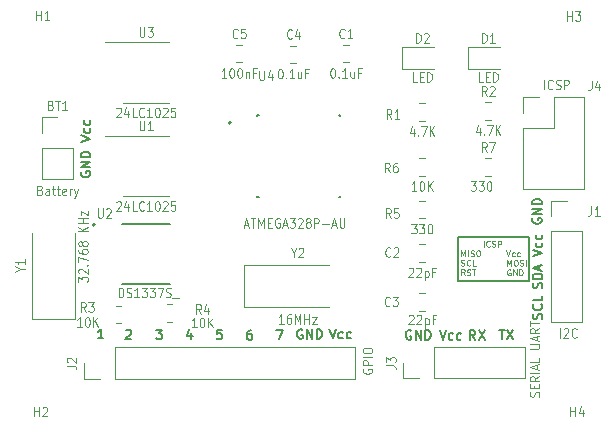
<source format=gto>
%TF.GenerationSoftware,KiCad,Pcbnew,7.0.5*%
%TF.CreationDate,2024-01-17T23:55:02+05:30*%
%TF.ProjectId,mcu datalogger,6d637520-6461-4746-916c-6f676765722e,1*%
%TF.SameCoordinates,Original*%
%TF.FileFunction,Legend,Top*%
%TF.FilePolarity,Positive*%
%FSLAX46Y46*%
G04 Gerber Fmt 4.6, Leading zero omitted, Abs format (unit mm)*
G04 Created by KiCad (PCBNEW 7.0.5) date 2024-01-17 23:55:02*
%MOMM*%
%LPD*%
G01*
G04 APERTURE LIST*
%ADD10C,0.150000*%
%ADD11C,0.100000*%
%ADD12C,0.120000*%
%ADD13C,0.127000*%
%ADD14C,0.200000*%
G04 APERTURE END LIST*
D10*
X140106400Y-84201000D02*
X146100800Y-84201000D01*
X146100800Y-87884000D01*
X140106400Y-87884000D01*
X140106400Y-84201000D01*
X117548217Y-92299561D02*
X117548217Y-92832895D01*
X117357741Y-91994800D02*
X117167264Y-92566228D01*
X117167264Y-92566228D02*
X117662503Y-92566228D01*
X138554074Y-92083695D02*
X138820741Y-92883695D01*
X138820741Y-92883695D02*
X139087407Y-92083695D01*
X139696931Y-92845600D02*
X139620740Y-92883695D01*
X139620740Y-92883695D02*
X139468359Y-92883695D01*
X139468359Y-92883695D02*
X139392169Y-92845600D01*
X139392169Y-92845600D02*
X139354074Y-92807504D01*
X139354074Y-92807504D02*
X139315978Y-92731314D01*
X139315978Y-92731314D02*
X139315978Y-92502742D01*
X139315978Y-92502742D02*
X139354074Y-92426552D01*
X139354074Y-92426552D02*
X139392169Y-92388457D01*
X139392169Y-92388457D02*
X139468359Y-92350361D01*
X139468359Y-92350361D02*
X139620740Y-92350361D01*
X139620740Y-92350361D02*
X139696931Y-92388457D01*
X140382645Y-92845600D02*
X140306454Y-92883695D01*
X140306454Y-92883695D02*
X140154073Y-92883695D01*
X140154073Y-92883695D02*
X140077883Y-92845600D01*
X140077883Y-92845600D02*
X140039788Y-92807504D01*
X140039788Y-92807504D02*
X140001692Y-92731314D01*
X140001692Y-92731314D02*
X140001692Y-92502742D01*
X140001692Y-92502742D02*
X140039788Y-92426552D01*
X140039788Y-92426552D02*
X140077883Y-92388457D01*
X140077883Y-92388457D02*
X140154073Y-92350361D01*
X140154073Y-92350361D02*
X140306454Y-92350361D01*
X140306454Y-92350361D02*
X140382645Y-92388457D01*
X108187295Y-76126725D02*
X108987295Y-75860058D01*
X108987295Y-75860058D02*
X108187295Y-75593392D01*
X108949200Y-74983868D02*
X108987295Y-75060059D01*
X108987295Y-75060059D02*
X108987295Y-75212440D01*
X108987295Y-75212440D02*
X108949200Y-75288630D01*
X108949200Y-75288630D02*
X108911104Y-75326725D01*
X108911104Y-75326725D02*
X108834914Y-75364821D01*
X108834914Y-75364821D02*
X108606342Y-75364821D01*
X108606342Y-75364821D02*
X108530152Y-75326725D01*
X108530152Y-75326725D02*
X108492057Y-75288630D01*
X108492057Y-75288630D02*
X108453961Y-75212440D01*
X108453961Y-75212440D02*
X108453961Y-75060059D01*
X108453961Y-75060059D02*
X108492057Y-74983868D01*
X108949200Y-74298154D02*
X108987295Y-74374345D01*
X108987295Y-74374345D02*
X108987295Y-74526726D01*
X108987295Y-74526726D02*
X108949200Y-74602916D01*
X108949200Y-74602916D02*
X108911104Y-74641011D01*
X108911104Y-74641011D02*
X108834914Y-74679107D01*
X108834914Y-74679107D02*
X108606342Y-74679107D01*
X108606342Y-74679107D02*
X108530152Y-74641011D01*
X108530152Y-74641011D02*
X108492057Y-74602916D01*
X108492057Y-74602916D02*
X108453961Y-74526726D01*
X108453961Y-74526726D02*
X108453961Y-74374345D01*
X108453961Y-74374345D02*
X108492057Y-74298154D01*
X141589303Y-92909095D02*
X141322636Y-92528142D01*
X141132160Y-92909095D02*
X141132160Y-92109095D01*
X141132160Y-92109095D02*
X141436922Y-92109095D01*
X141436922Y-92109095D02*
X141513112Y-92147190D01*
X141513112Y-92147190D02*
X141551207Y-92185285D01*
X141551207Y-92185285D02*
X141589303Y-92261476D01*
X141589303Y-92261476D02*
X141589303Y-92375761D01*
X141589303Y-92375761D02*
X141551207Y-92451952D01*
X141551207Y-92451952D02*
X141513112Y-92490047D01*
X141513112Y-92490047D02*
X141436922Y-92528142D01*
X141436922Y-92528142D02*
X141132160Y-92528142D01*
X141855969Y-92109095D02*
X142389303Y-92909095D01*
X142389303Y-92109095D02*
X141855969Y-92909095D01*
X129232274Y-91982095D02*
X129498941Y-92782095D01*
X129498941Y-92782095D02*
X129765607Y-91982095D01*
X130375131Y-92744000D02*
X130298940Y-92782095D01*
X130298940Y-92782095D02*
X130146559Y-92782095D01*
X130146559Y-92782095D02*
X130070369Y-92744000D01*
X130070369Y-92744000D02*
X130032274Y-92705904D01*
X130032274Y-92705904D02*
X129994178Y-92629714D01*
X129994178Y-92629714D02*
X129994178Y-92401142D01*
X129994178Y-92401142D02*
X130032274Y-92324952D01*
X130032274Y-92324952D02*
X130070369Y-92286857D01*
X130070369Y-92286857D02*
X130146559Y-92248761D01*
X130146559Y-92248761D02*
X130298940Y-92248761D01*
X130298940Y-92248761D02*
X130375131Y-92286857D01*
X131060845Y-92744000D02*
X130984654Y-92782095D01*
X130984654Y-92782095D02*
X130832273Y-92782095D01*
X130832273Y-92782095D02*
X130756083Y-92744000D01*
X130756083Y-92744000D02*
X130717988Y-92705904D01*
X130717988Y-92705904D02*
X130679892Y-92629714D01*
X130679892Y-92629714D02*
X130679892Y-92401142D01*
X130679892Y-92401142D02*
X130717988Y-92324952D01*
X130717988Y-92324952D02*
X130756083Y-92286857D01*
X130756083Y-92286857D02*
X130832273Y-92248761D01*
X130832273Y-92248761D02*
X130984654Y-92248761D01*
X130984654Y-92248761D02*
X131060845Y-92286857D01*
X124749169Y-92058295D02*
X125282503Y-92058295D01*
X125282503Y-92058295D02*
X124939645Y-92858295D01*
X122628217Y-92109095D02*
X122475836Y-92109095D01*
X122475836Y-92109095D02*
X122399645Y-92147190D01*
X122399645Y-92147190D02*
X122361550Y-92185285D01*
X122361550Y-92185285D02*
X122285360Y-92299571D01*
X122285360Y-92299571D02*
X122247264Y-92451952D01*
X122247264Y-92451952D02*
X122247264Y-92756714D01*
X122247264Y-92756714D02*
X122285360Y-92832904D01*
X122285360Y-92832904D02*
X122323455Y-92871000D01*
X122323455Y-92871000D02*
X122399645Y-92909095D01*
X122399645Y-92909095D02*
X122552026Y-92909095D01*
X122552026Y-92909095D02*
X122628217Y-92871000D01*
X122628217Y-92871000D02*
X122666312Y-92832904D01*
X122666312Y-92832904D02*
X122704407Y-92756714D01*
X122704407Y-92756714D02*
X122704407Y-92566238D01*
X122704407Y-92566238D02*
X122666312Y-92490047D01*
X122666312Y-92490047D02*
X122628217Y-92451952D01*
X122628217Y-92451952D02*
X122552026Y-92413857D01*
X122552026Y-92413857D02*
X122399645Y-92413857D01*
X122399645Y-92413857D02*
X122323455Y-92451952D01*
X122323455Y-92451952D02*
X122285360Y-92490047D01*
X122285360Y-92490047D02*
X122247264Y-92566238D01*
X143608674Y-92058295D02*
X144065817Y-92058295D01*
X143837245Y-92858295D02*
X143837245Y-92058295D01*
X144256293Y-92058295D02*
X144789627Y-92858295D01*
X144789627Y-92058295D02*
X144256293Y-92858295D01*
X146452390Y-82629192D02*
X146414295Y-82705382D01*
X146414295Y-82705382D02*
X146414295Y-82819668D01*
X146414295Y-82819668D02*
X146452390Y-82933954D01*
X146452390Y-82933954D02*
X146528580Y-83010144D01*
X146528580Y-83010144D02*
X146604771Y-83048239D01*
X146604771Y-83048239D02*
X146757152Y-83086335D01*
X146757152Y-83086335D02*
X146871438Y-83086335D01*
X146871438Y-83086335D02*
X147023819Y-83048239D01*
X147023819Y-83048239D02*
X147100009Y-83010144D01*
X147100009Y-83010144D02*
X147176200Y-82933954D01*
X147176200Y-82933954D02*
X147214295Y-82819668D01*
X147214295Y-82819668D02*
X147214295Y-82743477D01*
X147214295Y-82743477D02*
X147176200Y-82629192D01*
X147176200Y-82629192D02*
X147138104Y-82591096D01*
X147138104Y-82591096D02*
X146871438Y-82591096D01*
X146871438Y-82591096D02*
X146871438Y-82743477D01*
X147214295Y-82248239D02*
X146414295Y-82248239D01*
X146414295Y-82248239D02*
X147214295Y-81791096D01*
X147214295Y-81791096D02*
X146414295Y-81791096D01*
X147214295Y-81410144D02*
X146414295Y-81410144D01*
X146414295Y-81410144D02*
X146414295Y-81219668D01*
X146414295Y-81219668D02*
X146452390Y-81105382D01*
X146452390Y-81105382D02*
X146528580Y-81029192D01*
X146528580Y-81029192D02*
X146604771Y-80991097D01*
X146604771Y-80991097D02*
X146757152Y-80953001D01*
X146757152Y-80953001D02*
X146871438Y-80953001D01*
X146871438Y-80953001D02*
X147023819Y-80991097D01*
X147023819Y-80991097D02*
X147100009Y-81029192D01*
X147100009Y-81029192D02*
X147176200Y-81105382D01*
X147176200Y-81105382D02*
X147214295Y-81219668D01*
X147214295Y-81219668D02*
X147214295Y-81410144D01*
D11*
X148771655Y-92708495D02*
X148771655Y-91908495D01*
X149071655Y-91984685D02*
X149104988Y-91946590D01*
X149104988Y-91946590D02*
X149171655Y-91908495D01*
X149171655Y-91908495D02*
X149338322Y-91908495D01*
X149338322Y-91908495D02*
X149404988Y-91946590D01*
X149404988Y-91946590D02*
X149438322Y-91984685D01*
X149438322Y-91984685D02*
X149471655Y-92060876D01*
X149471655Y-92060876D02*
X149471655Y-92137066D01*
X149471655Y-92137066D02*
X149438322Y-92251352D01*
X149438322Y-92251352D02*
X149038322Y-92708495D01*
X149038322Y-92708495D02*
X149471655Y-92708495D01*
X150171655Y-92632304D02*
X150138322Y-92670400D01*
X150138322Y-92670400D02*
X150038322Y-92708495D01*
X150038322Y-92708495D02*
X149971655Y-92708495D01*
X149971655Y-92708495D02*
X149871655Y-92670400D01*
X149871655Y-92670400D02*
X149804989Y-92594209D01*
X149804989Y-92594209D02*
X149771655Y-92518019D01*
X149771655Y-92518019D02*
X149738322Y-92365638D01*
X149738322Y-92365638D02*
X149738322Y-92251352D01*
X149738322Y-92251352D02*
X149771655Y-92098971D01*
X149771655Y-92098971D02*
X149804989Y-92022780D01*
X149804989Y-92022780D02*
X149871655Y-91946590D01*
X149871655Y-91946590D02*
X149971655Y-91908495D01*
X149971655Y-91908495D02*
X150038322Y-91908495D01*
X150038322Y-91908495D02*
X150138322Y-91946590D01*
X150138322Y-91946590D02*
X150171655Y-91984685D01*
D10*
X147201600Y-91138135D02*
X147239695Y-91023849D01*
X147239695Y-91023849D02*
X147239695Y-90833373D01*
X147239695Y-90833373D02*
X147201600Y-90757182D01*
X147201600Y-90757182D02*
X147163504Y-90719087D01*
X147163504Y-90719087D02*
X147087314Y-90680992D01*
X147087314Y-90680992D02*
X147011123Y-90680992D01*
X147011123Y-90680992D02*
X146934933Y-90719087D01*
X146934933Y-90719087D02*
X146896838Y-90757182D01*
X146896838Y-90757182D02*
X146858742Y-90833373D01*
X146858742Y-90833373D02*
X146820647Y-90985754D01*
X146820647Y-90985754D02*
X146782552Y-91061944D01*
X146782552Y-91061944D02*
X146744457Y-91100039D01*
X146744457Y-91100039D02*
X146668266Y-91138135D01*
X146668266Y-91138135D02*
X146592076Y-91138135D01*
X146592076Y-91138135D02*
X146515885Y-91100039D01*
X146515885Y-91100039D02*
X146477790Y-91061944D01*
X146477790Y-91061944D02*
X146439695Y-90985754D01*
X146439695Y-90985754D02*
X146439695Y-90795277D01*
X146439695Y-90795277D02*
X146477790Y-90680992D01*
X147163504Y-89880991D02*
X147201600Y-89919087D01*
X147201600Y-89919087D02*
X147239695Y-90033372D01*
X147239695Y-90033372D02*
X147239695Y-90109563D01*
X147239695Y-90109563D02*
X147201600Y-90223849D01*
X147201600Y-90223849D02*
X147125409Y-90300039D01*
X147125409Y-90300039D02*
X147049219Y-90338134D01*
X147049219Y-90338134D02*
X146896838Y-90376230D01*
X146896838Y-90376230D02*
X146782552Y-90376230D01*
X146782552Y-90376230D02*
X146630171Y-90338134D01*
X146630171Y-90338134D02*
X146553980Y-90300039D01*
X146553980Y-90300039D02*
X146477790Y-90223849D01*
X146477790Y-90223849D02*
X146439695Y-90109563D01*
X146439695Y-90109563D02*
X146439695Y-90033372D01*
X146439695Y-90033372D02*
X146477790Y-89919087D01*
X146477790Y-89919087D02*
X146515885Y-89880991D01*
X147239695Y-89157182D02*
X147239695Y-89538134D01*
X147239695Y-89538134D02*
X146439695Y-89538134D01*
X136141007Y-92121790D02*
X136064817Y-92083695D01*
X136064817Y-92083695D02*
X135950531Y-92083695D01*
X135950531Y-92083695D02*
X135836245Y-92121790D01*
X135836245Y-92121790D02*
X135760055Y-92197980D01*
X135760055Y-92197980D02*
X135721960Y-92274171D01*
X135721960Y-92274171D02*
X135683864Y-92426552D01*
X135683864Y-92426552D02*
X135683864Y-92540838D01*
X135683864Y-92540838D02*
X135721960Y-92693219D01*
X135721960Y-92693219D02*
X135760055Y-92769409D01*
X135760055Y-92769409D02*
X135836245Y-92845600D01*
X135836245Y-92845600D02*
X135950531Y-92883695D01*
X135950531Y-92883695D02*
X136026722Y-92883695D01*
X136026722Y-92883695D02*
X136141007Y-92845600D01*
X136141007Y-92845600D02*
X136179103Y-92807504D01*
X136179103Y-92807504D02*
X136179103Y-92540838D01*
X136179103Y-92540838D02*
X136026722Y-92540838D01*
X136521960Y-92883695D02*
X136521960Y-92083695D01*
X136521960Y-92083695D02*
X136979103Y-92883695D01*
X136979103Y-92883695D02*
X136979103Y-92083695D01*
X137360055Y-92883695D02*
X137360055Y-92083695D01*
X137360055Y-92083695D02*
X137550531Y-92083695D01*
X137550531Y-92083695D02*
X137664817Y-92121790D01*
X137664817Y-92121790D02*
X137741007Y-92197980D01*
X137741007Y-92197980D02*
X137779102Y-92274171D01*
X137779102Y-92274171D02*
X137817198Y-92426552D01*
X137817198Y-92426552D02*
X137817198Y-92540838D01*
X137817198Y-92540838D02*
X137779102Y-92693219D01*
X137779102Y-92693219D02*
X137741007Y-92769409D01*
X137741007Y-92769409D02*
X137664817Y-92845600D01*
X137664817Y-92845600D02*
X137550531Y-92883695D01*
X137550531Y-92883695D02*
X137360055Y-92883695D01*
X114563769Y-92032895D02*
X115059007Y-92032895D01*
X115059007Y-92032895D02*
X114792341Y-92337657D01*
X114792341Y-92337657D02*
X114906626Y-92337657D01*
X114906626Y-92337657D02*
X114982817Y-92375752D01*
X114982817Y-92375752D02*
X115020912Y-92413847D01*
X115020912Y-92413847D02*
X115059007Y-92490038D01*
X115059007Y-92490038D02*
X115059007Y-92680514D01*
X115059007Y-92680514D02*
X115020912Y-92756704D01*
X115020912Y-92756704D02*
X114982817Y-92794800D01*
X114982817Y-92794800D02*
X114906626Y-92832895D01*
X114906626Y-92832895D02*
X114678055Y-92832895D01*
X114678055Y-92832895D02*
X114601864Y-92794800D01*
X114601864Y-92794800D02*
X114563769Y-92756704D01*
D11*
X132078590Y-95387477D02*
X132040495Y-95454144D01*
X132040495Y-95454144D02*
X132040495Y-95554144D01*
X132040495Y-95554144D02*
X132078590Y-95654144D01*
X132078590Y-95654144D02*
X132154780Y-95720811D01*
X132154780Y-95720811D02*
X132230971Y-95754144D01*
X132230971Y-95754144D02*
X132383352Y-95787477D01*
X132383352Y-95787477D02*
X132497638Y-95787477D01*
X132497638Y-95787477D02*
X132650019Y-95754144D01*
X132650019Y-95754144D02*
X132726209Y-95720811D01*
X132726209Y-95720811D02*
X132802400Y-95654144D01*
X132802400Y-95654144D02*
X132840495Y-95554144D01*
X132840495Y-95554144D02*
X132840495Y-95487477D01*
X132840495Y-95487477D02*
X132802400Y-95387477D01*
X132802400Y-95387477D02*
X132764304Y-95354144D01*
X132764304Y-95354144D02*
X132497638Y-95354144D01*
X132497638Y-95354144D02*
X132497638Y-95487477D01*
X132840495Y-95054144D02*
X132040495Y-95054144D01*
X132040495Y-95054144D02*
X132040495Y-94787477D01*
X132040495Y-94787477D02*
X132078590Y-94720811D01*
X132078590Y-94720811D02*
X132116685Y-94687477D01*
X132116685Y-94687477D02*
X132192876Y-94654144D01*
X132192876Y-94654144D02*
X132307161Y-94654144D01*
X132307161Y-94654144D02*
X132383352Y-94687477D01*
X132383352Y-94687477D02*
X132421447Y-94720811D01*
X132421447Y-94720811D02*
X132459542Y-94787477D01*
X132459542Y-94787477D02*
X132459542Y-95054144D01*
X132840495Y-94354144D02*
X132040495Y-94354144D01*
X132040495Y-93887478D02*
X132040495Y-93754144D01*
X132040495Y-93754144D02*
X132078590Y-93687478D01*
X132078590Y-93687478D02*
X132154780Y-93620811D01*
X132154780Y-93620811D02*
X132307161Y-93587478D01*
X132307161Y-93587478D02*
X132573828Y-93587478D01*
X132573828Y-93587478D02*
X132726209Y-93620811D01*
X132726209Y-93620811D02*
X132802400Y-93687478D01*
X132802400Y-93687478D02*
X132840495Y-93754144D01*
X132840495Y-93754144D02*
X132840495Y-93887478D01*
X132840495Y-93887478D02*
X132802400Y-93954144D01*
X132802400Y-93954144D02*
X132726209Y-94020811D01*
X132726209Y-94020811D02*
X132573828Y-94054144D01*
X132573828Y-94054144D02*
X132307161Y-94054144D01*
X132307161Y-94054144D02*
X132154780Y-94020811D01*
X132154780Y-94020811D02*
X132078590Y-93954144D01*
X132078590Y-93954144D02*
X132040495Y-93887478D01*
D12*
X142286946Y-85020569D02*
X142286946Y-84520569D01*
X142810755Y-84972950D02*
X142786946Y-84996760D01*
X142786946Y-84996760D02*
X142715517Y-85020569D01*
X142715517Y-85020569D02*
X142667898Y-85020569D01*
X142667898Y-85020569D02*
X142596470Y-84996760D01*
X142596470Y-84996760D02*
X142548851Y-84949140D01*
X142548851Y-84949140D02*
X142525041Y-84901521D01*
X142525041Y-84901521D02*
X142501232Y-84806283D01*
X142501232Y-84806283D02*
X142501232Y-84734855D01*
X142501232Y-84734855D02*
X142525041Y-84639617D01*
X142525041Y-84639617D02*
X142548851Y-84591998D01*
X142548851Y-84591998D02*
X142596470Y-84544379D01*
X142596470Y-84544379D02*
X142667898Y-84520569D01*
X142667898Y-84520569D02*
X142715517Y-84520569D01*
X142715517Y-84520569D02*
X142786946Y-84544379D01*
X142786946Y-84544379D02*
X142810755Y-84568188D01*
X143001232Y-84996760D02*
X143072660Y-85020569D01*
X143072660Y-85020569D02*
X143191708Y-85020569D01*
X143191708Y-85020569D02*
X143239327Y-84996760D01*
X143239327Y-84996760D02*
X143263136Y-84972950D01*
X143263136Y-84972950D02*
X143286946Y-84925331D01*
X143286946Y-84925331D02*
X143286946Y-84877712D01*
X143286946Y-84877712D02*
X143263136Y-84830093D01*
X143263136Y-84830093D02*
X143239327Y-84806283D01*
X143239327Y-84806283D02*
X143191708Y-84782474D01*
X143191708Y-84782474D02*
X143096470Y-84758664D01*
X143096470Y-84758664D02*
X143048851Y-84734855D01*
X143048851Y-84734855D02*
X143025041Y-84711045D01*
X143025041Y-84711045D02*
X143001232Y-84663426D01*
X143001232Y-84663426D02*
X143001232Y-84615807D01*
X143001232Y-84615807D02*
X143025041Y-84568188D01*
X143025041Y-84568188D02*
X143048851Y-84544379D01*
X143048851Y-84544379D02*
X143096470Y-84520569D01*
X143096470Y-84520569D02*
X143215517Y-84520569D01*
X143215517Y-84520569D02*
X143286946Y-84544379D01*
X143501231Y-85020569D02*
X143501231Y-84520569D01*
X143501231Y-84520569D02*
X143691707Y-84520569D01*
X143691707Y-84520569D02*
X143739326Y-84544379D01*
X143739326Y-84544379D02*
X143763136Y-84568188D01*
X143763136Y-84568188D02*
X143786945Y-84615807D01*
X143786945Y-84615807D02*
X143786945Y-84687236D01*
X143786945Y-84687236D02*
X143763136Y-84734855D01*
X143763136Y-84734855D02*
X143739326Y-84758664D01*
X143739326Y-84758664D02*
X143691707Y-84782474D01*
X143691707Y-84782474D02*
X143501231Y-84782474D01*
X140405994Y-85825569D02*
X140405994Y-85325569D01*
X140405994Y-85325569D02*
X140572661Y-85682712D01*
X140572661Y-85682712D02*
X140739327Y-85325569D01*
X140739327Y-85325569D02*
X140739327Y-85825569D01*
X140977423Y-85825569D02*
X140977423Y-85325569D01*
X141191709Y-85801760D02*
X141263137Y-85825569D01*
X141263137Y-85825569D02*
X141382185Y-85825569D01*
X141382185Y-85825569D02*
X141429804Y-85801760D01*
X141429804Y-85801760D02*
X141453613Y-85777950D01*
X141453613Y-85777950D02*
X141477423Y-85730331D01*
X141477423Y-85730331D02*
X141477423Y-85682712D01*
X141477423Y-85682712D02*
X141453613Y-85635093D01*
X141453613Y-85635093D02*
X141429804Y-85611283D01*
X141429804Y-85611283D02*
X141382185Y-85587474D01*
X141382185Y-85587474D02*
X141286947Y-85563664D01*
X141286947Y-85563664D02*
X141239328Y-85539855D01*
X141239328Y-85539855D02*
X141215518Y-85516045D01*
X141215518Y-85516045D02*
X141191709Y-85468426D01*
X141191709Y-85468426D02*
X141191709Y-85420807D01*
X141191709Y-85420807D02*
X141215518Y-85373188D01*
X141215518Y-85373188D02*
X141239328Y-85349379D01*
X141239328Y-85349379D02*
X141286947Y-85325569D01*
X141286947Y-85325569D02*
X141405994Y-85325569D01*
X141405994Y-85325569D02*
X141477423Y-85349379D01*
X141786946Y-85325569D02*
X141882184Y-85325569D01*
X141882184Y-85325569D02*
X141929803Y-85349379D01*
X141929803Y-85349379D02*
X141977422Y-85396998D01*
X141977422Y-85396998D02*
X142001232Y-85492236D01*
X142001232Y-85492236D02*
X142001232Y-85658902D01*
X142001232Y-85658902D02*
X141977422Y-85754140D01*
X141977422Y-85754140D02*
X141929803Y-85801760D01*
X141929803Y-85801760D02*
X141882184Y-85825569D01*
X141882184Y-85825569D02*
X141786946Y-85825569D01*
X141786946Y-85825569D02*
X141739327Y-85801760D01*
X141739327Y-85801760D02*
X141691708Y-85754140D01*
X141691708Y-85754140D02*
X141667899Y-85658902D01*
X141667899Y-85658902D02*
X141667899Y-85492236D01*
X141667899Y-85492236D02*
X141691708Y-85396998D01*
X141691708Y-85396998D02*
X141739327Y-85349379D01*
X141739327Y-85349379D02*
X141786946Y-85325569D01*
X144215518Y-85325569D02*
X144382184Y-85825569D01*
X144382184Y-85825569D02*
X144548851Y-85325569D01*
X144929803Y-85801760D02*
X144882184Y-85825569D01*
X144882184Y-85825569D02*
X144786946Y-85825569D01*
X144786946Y-85825569D02*
X144739327Y-85801760D01*
X144739327Y-85801760D02*
X144715517Y-85777950D01*
X144715517Y-85777950D02*
X144691708Y-85730331D01*
X144691708Y-85730331D02*
X144691708Y-85587474D01*
X144691708Y-85587474D02*
X144715517Y-85539855D01*
X144715517Y-85539855D02*
X144739327Y-85516045D01*
X144739327Y-85516045D02*
X144786946Y-85492236D01*
X144786946Y-85492236D02*
X144882184Y-85492236D01*
X144882184Y-85492236D02*
X144929803Y-85516045D01*
X145358374Y-85801760D02*
X145310755Y-85825569D01*
X145310755Y-85825569D02*
X145215517Y-85825569D01*
X145215517Y-85825569D02*
X145167898Y-85801760D01*
X145167898Y-85801760D02*
X145144088Y-85777950D01*
X145144088Y-85777950D02*
X145120279Y-85730331D01*
X145120279Y-85730331D02*
X145120279Y-85587474D01*
X145120279Y-85587474D02*
X145144088Y-85539855D01*
X145144088Y-85539855D02*
X145167898Y-85516045D01*
X145167898Y-85516045D02*
X145215517Y-85492236D01*
X145215517Y-85492236D02*
X145310755Y-85492236D01*
X145310755Y-85492236D02*
X145358374Y-85516045D01*
X140382185Y-86606760D02*
X140453613Y-86630569D01*
X140453613Y-86630569D02*
X140572661Y-86630569D01*
X140572661Y-86630569D02*
X140620280Y-86606760D01*
X140620280Y-86606760D02*
X140644089Y-86582950D01*
X140644089Y-86582950D02*
X140667899Y-86535331D01*
X140667899Y-86535331D02*
X140667899Y-86487712D01*
X140667899Y-86487712D02*
X140644089Y-86440093D01*
X140644089Y-86440093D02*
X140620280Y-86416283D01*
X140620280Y-86416283D02*
X140572661Y-86392474D01*
X140572661Y-86392474D02*
X140477423Y-86368664D01*
X140477423Y-86368664D02*
X140429804Y-86344855D01*
X140429804Y-86344855D02*
X140405994Y-86321045D01*
X140405994Y-86321045D02*
X140382185Y-86273426D01*
X140382185Y-86273426D02*
X140382185Y-86225807D01*
X140382185Y-86225807D02*
X140405994Y-86178188D01*
X140405994Y-86178188D02*
X140429804Y-86154379D01*
X140429804Y-86154379D02*
X140477423Y-86130569D01*
X140477423Y-86130569D02*
X140596470Y-86130569D01*
X140596470Y-86130569D02*
X140667899Y-86154379D01*
X141167898Y-86582950D02*
X141144089Y-86606760D01*
X141144089Y-86606760D02*
X141072660Y-86630569D01*
X141072660Y-86630569D02*
X141025041Y-86630569D01*
X141025041Y-86630569D02*
X140953613Y-86606760D01*
X140953613Y-86606760D02*
X140905994Y-86559140D01*
X140905994Y-86559140D02*
X140882184Y-86511521D01*
X140882184Y-86511521D02*
X140858375Y-86416283D01*
X140858375Y-86416283D02*
X140858375Y-86344855D01*
X140858375Y-86344855D02*
X140882184Y-86249617D01*
X140882184Y-86249617D02*
X140905994Y-86201998D01*
X140905994Y-86201998D02*
X140953613Y-86154379D01*
X140953613Y-86154379D02*
X141025041Y-86130569D01*
X141025041Y-86130569D02*
X141072660Y-86130569D01*
X141072660Y-86130569D02*
X141144089Y-86154379D01*
X141144089Y-86154379D02*
X141167898Y-86178188D01*
X141620279Y-86630569D02*
X141382184Y-86630569D01*
X141382184Y-86630569D02*
X141382184Y-86130569D01*
X144286946Y-86630569D02*
X144286946Y-86130569D01*
X144286946Y-86130569D02*
X144453613Y-86487712D01*
X144453613Y-86487712D02*
X144620279Y-86130569D01*
X144620279Y-86130569D02*
X144620279Y-86630569D01*
X144953613Y-86130569D02*
X145048851Y-86130569D01*
X145048851Y-86130569D02*
X145096470Y-86154379D01*
X145096470Y-86154379D02*
X145144089Y-86201998D01*
X145144089Y-86201998D02*
X145167899Y-86297236D01*
X145167899Y-86297236D02*
X145167899Y-86463902D01*
X145167899Y-86463902D02*
X145144089Y-86559140D01*
X145144089Y-86559140D02*
X145096470Y-86606760D01*
X145096470Y-86606760D02*
X145048851Y-86630569D01*
X145048851Y-86630569D02*
X144953613Y-86630569D01*
X144953613Y-86630569D02*
X144905994Y-86606760D01*
X144905994Y-86606760D02*
X144858375Y-86559140D01*
X144858375Y-86559140D02*
X144834566Y-86463902D01*
X144834566Y-86463902D02*
X144834566Y-86297236D01*
X144834566Y-86297236D02*
X144858375Y-86201998D01*
X144858375Y-86201998D02*
X144905994Y-86154379D01*
X144905994Y-86154379D02*
X144953613Y-86130569D01*
X145358376Y-86606760D02*
X145429804Y-86630569D01*
X145429804Y-86630569D02*
X145548852Y-86630569D01*
X145548852Y-86630569D02*
X145596471Y-86606760D01*
X145596471Y-86606760D02*
X145620280Y-86582950D01*
X145620280Y-86582950D02*
X145644090Y-86535331D01*
X145644090Y-86535331D02*
X145644090Y-86487712D01*
X145644090Y-86487712D02*
X145620280Y-86440093D01*
X145620280Y-86440093D02*
X145596471Y-86416283D01*
X145596471Y-86416283D02*
X145548852Y-86392474D01*
X145548852Y-86392474D02*
X145453614Y-86368664D01*
X145453614Y-86368664D02*
X145405995Y-86344855D01*
X145405995Y-86344855D02*
X145382185Y-86321045D01*
X145382185Y-86321045D02*
X145358376Y-86273426D01*
X145358376Y-86273426D02*
X145358376Y-86225807D01*
X145358376Y-86225807D02*
X145382185Y-86178188D01*
X145382185Y-86178188D02*
X145405995Y-86154379D01*
X145405995Y-86154379D02*
X145453614Y-86130569D01*
X145453614Y-86130569D02*
X145572661Y-86130569D01*
X145572661Y-86130569D02*
X145644090Y-86154379D01*
X145858375Y-86630569D02*
X145858375Y-86130569D01*
X140691708Y-87435569D02*
X140525042Y-87197474D01*
X140405994Y-87435569D02*
X140405994Y-86935569D01*
X140405994Y-86935569D02*
X140596470Y-86935569D01*
X140596470Y-86935569D02*
X140644089Y-86959379D01*
X140644089Y-86959379D02*
X140667899Y-86983188D01*
X140667899Y-86983188D02*
X140691708Y-87030807D01*
X140691708Y-87030807D02*
X140691708Y-87102236D01*
X140691708Y-87102236D02*
X140667899Y-87149855D01*
X140667899Y-87149855D02*
X140644089Y-87173664D01*
X140644089Y-87173664D02*
X140596470Y-87197474D01*
X140596470Y-87197474D02*
X140405994Y-87197474D01*
X140882185Y-87411760D02*
X140953613Y-87435569D01*
X140953613Y-87435569D02*
X141072661Y-87435569D01*
X141072661Y-87435569D02*
X141120280Y-87411760D01*
X141120280Y-87411760D02*
X141144089Y-87387950D01*
X141144089Y-87387950D02*
X141167899Y-87340331D01*
X141167899Y-87340331D02*
X141167899Y-87292712D01*
X141167899Y-87292712D02*
X141144089Y-87245093D01*
X141144089Y-87245093D02*
X141120280Y-87221283D01*
X141120280Y-87221283D02*
X141072661Y-87197474D01*
X141072661Y-87197474D02*
X140977423Y-87173664D01*
X140977423Y-87173664D02*
X140929804Y-87149855D01*
X140929804Y-87149855D02*
X140905994Y-87126045D01*
X140905994Y-87126045D02*
X140882185Y-87078426D01*
X140882185Y-87078426D02*
X140882185Y-87030807D01*
X140882185Y-87030807D02*
X140905994Y-86983188D01*
X140905994Y-86983188D02*
X140929804Y-86959379D01*
X140929804Y-86959379D02*
X140977423Y-86935569D01*
X140977423Y-86935569D02*
X141096470Y-86935569D01*
X141096470Y-86935569D02*
X141167899Y-86959379D01*
X141310756Y-86935569D02*
X141596470Y-86935569D01*
X141453613Y-87435569D02*
X141453613Y-86935569D01*
X144548851Y-86959379D02*
X144501232Y-86935569D01*
X144501232Y-86935569D02*
X144429803Y-86935569D01*
X144429803Y-86935569D02*
X144358375Y-86959379D01*
X144358375Y-86959379D02*
X144310756Y-87006998D01*
X144310756Y-87006998D02*
X144286946Y-87054617D01*
X144286946Y-87054617D02*
X144263137Y-87149855D01*
X144263137Y-87149855D02*
X144263137Y-87221283D01*
X144263137Y-87221283D02*
X144286946Y-87316521D01*
X144286946Y-87316521D02*
X144310756Y-87364140D01*
X144310756Y-87364140D02*
X144358375Y-87411760D01*
X144358375Y-87411760D02*
X144429803Y-87435569D01*
X144429803Y-87435569D02*
X144477422Y-87435569D01*
X144477422Y-87435569D02*
X144548851Y-87411760D01*
X144548851Y-87411760D02*
X144572660Y-87387950D01*
X144572660Y-87387950D02*
X144572660Y-87221283D01*
X144572660Y-87221283D02*
X144477422Y-87221283D01*
X144786946Y-87435569D02*
X144786946Y-86935569D01*
X144786946Y-86935569D02*
X145072660Y-87435569D01*
X145072660Y-87435569D02*
X145072660Y-86935569D01*
X145310756Y-87435569D02*
X145310756Y-86935569D01*
X145310756Y-86935569D02*
X145429804Y-86935569D01*
X145429804Y-86935569D02*
X145501232Y-86959379D01*
X145501232Y-86959379D02*
X145548851Y-87006998D01*
X145548851Y-87006998D02*
X145572661Y-87054617D01*
X145572661Y-87054617D02*
X145596470Y-87149855D01*
X145596470Y-87149855D02*
X145596470Y-87221283D01*
X145596470Y-87221283D02*
X145572661Y-87316521D01*
X145572661Y-87316521D02*
X145548851Y-87364140D01*
X145548851Y-87364140D02*
X145501232Y-87411760D01*
X145501232Y-87411760D02*
X145429804Y-87435569D01*
X145429804Y-87435569D02*
X145310756Y-87435569D01*
D10*
X126946207Y-92045590D02*
X126870017Y-92007495D01*
X126870017Y-92007495D02*
X126755731Y-92007495D01*
X126755731Y-92007495D02*
X126641445Y-92045590D01*
X126641445Y-92045590D02*
X126565255Y-92121780D01*
X126565255Y-92121780D02*
X126527160Y-92197971D01*
X126527160Y-92197971D02*
X126489064Y-92350352D01*
X126489064Y-92350352D02*
X126489064Y-92464638D01*
X126489064Y-92464638D02*
X126527160Y-92617019D01*
X126527160Y-92617019D02*
X126565255Y-92693209D01*
X126565255Y-92693209D02*
X126641445Y-92769400D01*
X126641445Y-92769400D02*
X126755731Y-92807495D01*
X126755731Y-92807495D02*
X126831922Y-92807495D01*
X126831922Y-92807495D02*
X126946207Y-92769400D01*
X126946207Y-92769400D02*
X126984303Y-92731304D01*
X126984303Y-92731304D02*
X126984303Y-92464638D01*
X126984303Y-92464638D02*
X126831922Y-92464638D01*
X127327160Y-92807495D02*
X127327160Y-92007495D01*
X127327160Y-92007495D02*
X127784303Y-92807495D01*
X127784303Y-92807495D02*
X127784303Y-92007495D01*
X128165255Y-92807495D02*
X128165255Y-92007495D01*
X128165255Y-92007495D02*
X128355731Y-92007495D01*
X128355731Y-92007495D02*
X128470017Y-92045590D01*
X128470017Y-92045590D02*
X128546207Y-92121780D01*
X128546207Y-92121780D02*
X128584302Y-92197971D01*
X128584302Y-92197971D02*
X128622398Y-92350352D01*
X128622398Y-92350352D02*
X128622398Y-92464638D01*
X128622398Y-92464638D02*
X128584302Y-92617019D01*
X128584302Y-92617019D02*
X128546207Y-92693209D01*
X128546207Y-92693209D02*
X128470017Y-92769400D01*
X128470017Y-92769400D02*
X128355731Y-92807495D01*
X128355731Y-92807495D02*
X128165255Y-92807495D01*
D11*
X147400055Y-71677295D02*
X147400055Y-70877295D01*
X148133388Y-71601104D02*
X148100055Y-71639200D01*
X148100055Y-71639200D02*
X148000055Y-71677295D01*
X148000055Y-71677295D02*
X147933388Y-71677295D01*
X147933388Y-71677295D02*
X147833388Y-71639200D01*
X147833388Y-71639200D02*
X147766722Y-71563009D01*
X147766722Y-71563009D02*
X147733388Y-71486819D01*
X147733388Y-71486819D02*
X147700055Y-71334438D01*
X147700055Y-71334438D02*
X147700055Y-71220152D01*
X147700055Y-71220152D02*
X147733388Y-71067771D01*
X147733388Y-71067771D02*
X147766722Y-70991580D01*
X147766722Y-70991580D02*
X147833388Y-70915390D01*
X147833388Y-70915390D02*
X147933388Y-70877295D01*
X147933388Y-70877295D02*
X148000055Y-70877295D01*
X148000055Y-70877295D02*
X148100055Y-70915390D01*
X148100055Y-70915390D02*
X148133388Y-70953485D01*
X148400055Y-71639200D02*
X148500055Y-71677295D01*
X148500055Y-71677295D02*
X148666722Y-71677295D01*
X148666722Y-71677295D02*
X148733388Y-71639200D01*
X148733388Y-71639200D02*
X148766722Y-71601104D01*
X148766722Y-71601104D02*
X148800055Y-71524914D01*
X148800055Y-71524914D02*
X148800055Y-71448723D01*
X148800055Y-71448723D02*
X148766722Y-71372533D01*
X148766722Y-71372533D02*
X148733388Y-71334438D01*
X148733388Y-71334438D02*
X148666722Y-71296342D01*
X148666722Y-71296342D02*
X148533388Y-71258247D01*
X148533388Y-71258247D02*
X148466722Y-71220152D01*
X148466722Y-71220152D02*
X148433388Y-71182057D01*
X148433388Y-71182057D02*
X148400055Y-71105866D01*
X148400055Y-71105866D02*
X148400055Y-71029676D01*
X148400055Y-71029676D02*
X148433388Y-70953485D01*
X148433388Y-70953485D02*
X148466722Y-70915390D01*
X148466722Y-70915390D02*
X148533388Y-70877295D01*
X148533388Y-70877295D02*
X148700055Y-70877295D01*
X148700055Y-70877295D02*
X148800055Y-70915390D01*
X149100055Y-71677295D02*
X149100055Y-70877295D01*
X149100055Y-70877295D02*
X149366722Y-70877295D01*
X149366722Y-70877295D02*
X149433389Y-70915390D01*
X149433389Y-70915390D02*
X149466722Y-70953485D01*
X149466722Y-70953485D02*
X149500055Y-71029676D01*
X149500055Y-71029676D02*
X149500055Y-71143961D01*
X149500055Y-71143961D02*
X149466722Y-71220152D01*
X149466722Y-71220152D02*
X149433389Y-71258247D01*
X149433389Y-71258247D02*
X149366722Y-71296342D01*
X149366722Y-71296342D02*
X149100055Y-71296342D01*
D10*
X147201600Y-88547335D02*
X147239695Y-88433049D01*
X147239695Y-88433049D02*
X147239695Y-88242573D01*
X147239695Y-88242573D02*
X147201600Y-88166382D01*
X147201600Y-88166382D02*
X147163504Y-88128287D01*
X147163504Y-88128287D02*
X147087314Y-88090192D01*
X147087314Y-88090192D02*
X147011123Y-88090192D01*
X147011123Y-88090192D02*
X146934933Y-88128287D01*
X146934933Y-88128287D02*
X146896838Y-88166382D01*
X146896838Y-88166382D02*
X146858742Y-88242573D01*
X146858742Y-88242573D02*
X146820647Y-88394954D01*
X146820647Y-88394954D02*
X146782552Y-88471144D01*
X146782552Y-88471144D02*
X146744457Y-88509239D01*
X146744457Y-88509239D02*
X146668266Y-88547335D01*
X146668266Y-88547335D02*
X146592076Y-88547335D01*
X146592076Y-88547335D02*
X146515885Y-88509239D01*
X146515885Y-88509239D02*
X146477790Y-88471144D01*
X146477790Y-88471144D02*
X146439695Y-88394954D01*
X146439695Y-88394954D02*
X146439695Y-88204477D01*
X146439695Y-88204477D02*
X146477790Y-88090192D01*
X147239695Y-87747334D02*
X146439695Y-87747334D01*
X146439695Y-87747334D02*
X146439695Y-87556858D01*
X146439695Y-87556858D02*
X146477790Y-87442572D01*
X146477790Y-87442572D02*
X146553980Y-87366382D01*
X146553980Y-87366382D02*
X146630171Y-87328287D01*
X146630171Y-87328287D02*
X146782552Y-87290191D01*
X146782552Y-87290191D02*
X146896838Y-87290191D01*
X146896838Y-87290191D02*
X147049219Y-87328287D01*
X147049219Y-87328287D02*
X147125409Y-87366382D01*
X147125409Y-87366382D02*
X147201600Y-87442572D01*
X147201600Y-87442572D02*
X147239695Y-87556858D01*
X147239695Y-87556858D02*
X147239695Y-87747334D01*
X147011123Y-86985430D02*
X147011123Y-86604477D01*
X147239695Y-87061620D02*
X146439695Y-86794953D01*
X146439695Y-86794953D02*
X147239695Y-86528287D01*
D11*
X146975600Y-97717877D02*
X147013695Y-97617877D01*
X147013695Y-97617877D02*
X147013695Y-97451211D01*
X147013695Y-97451211D02*
X146975600Y-97384544D01*
X146975600Y-97384544D02*
X146937504Y-97351211D01*
X146937504Y-97351211D02*
X146861314Y-97317877D01*
X146861314Y-97317877D02*
X146785123Y-97317877D01*
X146785123Y-97317877D02*
X146708933Y-97351211D01*
X146708933Y-97351211D02*
X146670838Y-97384544D01*
X146670838Y-97384544D02*
X146632742Y-97451211D01*
X146632742Y-97451211D02*
X146594647Y-97584544D01*
X146594647Y-97584544D02*
X146556552Y-97651211D01*
X146556552Y-97651211D02*
X146518457Y-97684544D01*
X146518457Y-97684544D02*
X146442266Y-97717877D01*
X146442266Y-97717877D02*
X146366076Y-97717877D01*
X146366076Y-97717877D02*
X146289885Y-97684544D01*
X146289885Y-97684544D02*
X146251790Y-97651211D01*
X146251790Y-97651211D02*
X146213695Y-97584544D01*
X146213695Y-97584544D02*
X146213695Y-97417877D01*
X146213695Y-97417877D02*
X146251790Y-97317877D01*
X146594647Y-97017877D02*
X146594647Y-96784544D01*
X147013695Y-96684544D02*
X147013695Y-97017877D01*
X147013695Y-97017877D02*
X146213695Y-97017877D01*
X146213695Y-97017877D02*
X146213695Y-96684544D01*
X147013695Y-95984544D02*
X146632742Y-96217877D01*
X147013695Y-96384544D02*
X146213695Y-96384544D01*
X146213695Y-96384544D02*
X146213695Y-96117877D01*
X146213695Y-96117877D02*
X146251790Y-96051211D01*
X146251790Y-96051211D02*
X146289885Y-96017877D01*
X146289885Y-96017877D02*
X146366076Y-95984544D01*
X146366076Y-95984544D02*
X146480361Y-95984544D01*
X146480361Y-95984544D02*
X146556552Y-96017877D01*
X146556552Y-96017877D02*
X146594647Y-96051211D01*
X146594647Y-96051211D02*
X146632742Y-96117877D01*
X146632742Y-96117877D02*
X146632742Y-96384544D01*
X147013695Y-95684544D02*
X146213695Y-95684544D01*
X146785123Y-95384544D02*
X146785123Y-95051211D01*
X147013695Y-95451211D02*
X146213695Y-95217878D01*
X146213695Y-95217878D02*
X147013695Y-94984544D01*
X147013695Y-94417878D02*
X147013695Y-94751211D01*
X147013695Y-94751211D02*
X146213695Y-94751211D01*
X146213695Y-93651211D02*
X146861314Y-93651211D01*
X146861314Y-93651211D02*
X146937504Y-93617878D01*
X146937504Y-93617878D02*
X146975600Y-93584544D01*
X146975600Y-93584544D02*
X147013695Y-93517878D01*
X147013695Y-93517878D02*
X147013695Y-93384544D01*
X147013695Y-93384544D02*
X146975600Y-93317878D01*
X146975600Y-93317878D02*
X146937504Y-93284544D01*
X146937504Y-93284544D02*
X146861314Y-93251211D01*
X146861314Y-93251211D02*
X146213695Y-93251211D01*
X146785123Y-92951211D02*
X146785123Y-92617878D01*
X147013695Y-93017878D02*
X146213695Y-92784545D01*
X146213695Y-92784545D02*
X147013695Y-92551211D01*
X147013695Y-91917878D02*
X146632742Y-92151211D01*
X147013695Y-92317878D02*
X146213695Y-92317878D01*
X146213695Y-92317878D02*
X146213695Y-92051211D01*
X146213695Y-92051211D02*
X146251790Y-91984545D01*
X146251790Y-91984545D02*
X146289885Y-91951211D01*
X146289885Y-91951211D02*
X146366076Y-91917878D01*
X146366076Y-91917878D02*
X146480361Y-91917878D01*
X146480361Y-91917878D02*
X146556552Y-91951211D01*
X146556552Y-91951211D02*
X146594647Y-91984545D01*
X146594647Y-91984545D02*
X146632742Y-92051211D01*
X146632742Y-92051211D02*
X146632742Y-92317878D01*
X146213695Y-91717878D02*
X146213695Y-91317878D01*
X147013695Y-91517878D02*
X146213695Y-91517878D01*
D10*
X108199990Y-78666792D02*
X108161895Y-78742982D01*
X108161895Y-78742982D02*
X108161895Y-78857268D01*
X108161895Y-78857268D02*
X108199990Y-78971554D01*
X108199990Y-78971554D02*
X108276180Y-79047744D01*
X108276180Y-79047744D02*
X108352371Y-79085839D01*
X108352371Y-79085839D02*
X108504752Y-79123935D01*
X108504752Y-79123935D02*
X108619038Y-79123935D01*
X108619038Y-79123935D02*
X108771419Y-79085839D01*
X108771419Y-79085839D02*
X108847609Y-79047744D01*
X108847609Y-79047744D02*
X108923800Y-78971554D01*
X108923800Y-78971554D02*
X108961895Y-78857268D01*
X108961895Y-78857268D02*
X108961895Y-78781077D01*
X108961895Y-78781077D02*
X108923800Y-78666792D01*
X108923800Y-78666792D02*
X108885704Y-78628696D01*
X108885704Y-78628696D02*
X108619038Y-78628696D01*
X108619038Y-78628696D02*
X108619038Y-78781077D01*
X108961895Y-78285839D02*
X108161895Y-78285839D01*
X108161895Y-78285839D02*
X108961895Y-77828696D01*
X108961895Y-77828696D02*
X108161895Y-77828696D01*
X108961895Y-77447744D02*
X108161895Y-77447744D01*
X108161895Y-77447744D02*
X108161895Y-77257268D01*
X108161895Y-77257268D02*
X108199990Y-77142982D01*
X108199990Y-77142982D02*
X108276180Y-77066792D01*
X108276180Y-77066792D02*
X108352371Y-77028697D01*
X108352371Y-77028697D02*
X108504752Y-76990601D01*
X108504752Y-76990601D02*
X108619038Y-76990601D01*
X108619038Y-76990601D02*
X108771419Y-77028697D01*
X108771419Y-77028697D02*
X108847609Y-77066792D01*
X108847609Y-77066792D02*
X108923800Y-77142982D01*
X108923800Y-77142982D02*
X108961895Y-77257268D01*
X108961895Y-77257268D02*
X108961895Y-77447744D01*
X146439695Y-85829525D02*
X147239695Y-85562858D01*
X147239695Y-85562858D02*
X146439695Y-85296192D01*
X147201600Y-84686668D02*
X147239695Y-84762859D01*
X147239695Y-84762859D02*
X147239695Y-84915240D01*
X147239695Y-84915240D02*
X147201600Y-84991430D01*
X147201600Y-84991430D02*
X147163504Y-85029525D01*
X147163504Y-85029525D02*
X147087314Y-85067621D01*
X147087314Y-85067621D02*
X146858742Y-85067621D01*
X146858742Y-85067621D02*
X146782552Y-85029525D01*
X146782552Y-85029525D02*
X146744457Y-84991430D01*
X146744457Y-84991430D02*
X146706361Y-84915240D01*
X146706361Y-84915240D02*
X146706361Y-84762859D01*
X146706361Y-84762859D02*
X146744457Y-84686668D01*
X147201600Y-84000954D02*
X147239695Y-84077145D01*
X147239695Y-84077145D02*
X147239695Y-84229526D01*
X147239695Y-84229526D02*
X147201600Y-84305716D01*
X147201600Y-84305716D02*
X147163504Y-84343811D01*
X147163504Y-84343811D02*
X147087314Y-84381907D01*
X147087314Y-84381907D02*
X146858742Y-84381907D01*
X146858742Y-84381907D02*
X146782552Y-84343811D01*
X146782552Y-84343811D02*
X146744457Y-84305716D01*
X146744457Y-84305716D02*
X146706361Y-84229526D01*
X146706361Y-84229526D02*
X146706361Y-84077145D01*
X146706361Y-84077145D02*
X146744457Y-84000954D01*
X111985664Y-92109085D02*
X112023760Y-92070990D01*
X112023760Y-92070990D02*
X112099950Y-92032895D01*
X112099950Y-92032895D02*
X112290426Y-92032895D01*
X112290426Y-92032895D02*
X112366617Y-92070990D01*
X112366617Y-92070990D02*
X112404712Y-92109085D01*
X112404712Y-92109085D02*
X112442807Y-92185276D01*
X112442807Y-92185276D02*
X112442807Y-92261466D01*
X112442807Y-92261466D02*
X112404712Y-92375752D01*
X112404712Y-92375752D02*
X111947569Y-92832895D01*
X111947569Y-92832895D02*
X112442807Y-92832895D01*
X110080607Y-92782095D02*
X109623464Y-92782095D01*
X109852036Y-92782095D02*
X109852036Y-91982095D01*
X109852036Y-91982095D02*
X109775845Y-92096380D01*
X109775845Y-92096380D02*
X109699655Y-92172571D01*
X109699655Y-92172571D02*
X109623464Y-92210666D01*
X120126312Y-92058295D02*
X119745360Y-92058295D01*
X119745360Y-92058295D02*
X119707264Y-92439247D01*
X119707264Y-92439247D02*
X119745360Y-92401152D01*
X119745360Y-92401152D02*
X119821550Y-92363057D01*
X119821550Y-92363057D02*
X120012026Y-92363057D01*
X120012026Y-92363057D02*
X120088217Y-92401152D01*
X120088217Y-92401152D02*
X120126312Y-92439247D01*
X120126312Y-92439247D02*
X120164407Y-92515438D01*
X120164407Y-92515438D02*
X120164407Y-92705914D01*
X120164407Y-92705914D02*
X120126312Y-92782104D01*
X120126312Y-92782104D02*
X120088217Y-92820200D01*
X120088217Y-92820200D02*
X120012026Y-92858295D01*
X120012026Y-92858295D02*
X119821550Y-92858295D01*
X119821550Y-92858295D02*
X119745360Y-92820200D01*
X119745360Y-92820200D02*
X119707264Y-92782104D01*
D11*
%TO.C,R3*%
X108595333Y-90534895D02*
X108362000Y-90153942D01*
X108195333Y-90534895D02*
X108195333Y-89734895D01*
X108195333Y-89734895D02*
X108462000Y-89734895D01*
X108462000Y-89734895D02*
X108528667Y-89772990D01*
X108528667Y-89772990D02*
X108562000Y-89811085D01*
X108562000Y-89811085D02*
X108595333Y-89887276D01*
X108595333Y-89887276D02*
X108595333Y-90001561D01*
X108595333Y-90001561D02*
X108562000Y-90077752D01*
X108562000Y-90077752D02*
X108528667Y-90115847D01*
X108528667Y-90115847D02*
X108462000Y-90153942D01*
X108462000Y-90153942D02*
X108195333Y-90153942D01*
X108828667Y-89734895D02*
X109262000Y-89734895D01*
X109262000Y-89734895D02*
X109028667Y-90039657D01*
X109028667Y-90039657D02*
X109128667Y-90039657D01*
X109128667Y-90039657D02*
X109195333Y-90077752D01*
X109195333Y-90077752D02*
X109228667Y-90115847D01*
X109228667Y-90115847D02*
X109262000Y-90192038D01*
X109262000Y-90192038D02*
X109262000Y-90382514D01*
X109262000Y-90382514D02*
X109228667Y-90458704D01*
X109228667Y-90458704D02*
X109195333Y-90496800D01*
X109195333Y-90496800D02*
X109128667Y-90534895D01*
X109128667Y-90534895D02*
X108928667Y-90534895D01*
X108928667Y-90534895D02*
X108862000Y-90496800D01*
X108862000Y-90496800D02*
X108828667Y-90458704D01*
X108279466Y-91779495D02*
X107879466Y-91779495D01*
X108079466Y-91779495D02*
X108079466Y-90979495D01*
X108079466Y-90979495D02*
X108012799Y-91093780D01*
X108012799Y-91093780D02*
X107946133Y-91169971D01*
X107946133Y-91169971D02*
X107879466Y-91208066D01*
X108712800Y-90979495D02*
X108779466Y-90979495D01*
X108779466Y-90979495D02*
X108846133Y-91017590D01*
X108846133Y-91017590D02*
X108879466Y-91055685D01*
X108879466Y-91055685D02*
X108912800Y-91131876D01*
X108912800Y-91131876D02*
X108946133Y-91284257D01*
X108946133Y-91284257D02*
X108946133Y-91474733D01*
X108946133Y-91474733D02*
X108912800Y-91627114D01*
X108912800Y-91627114D02*
X108879466Y-91703304D01*
X108879466Y-91703304D02*
X108846133Y-91741400D01*
X108846133Y-91741400D02*
X108779466Y-91779495D01*
X108779466Y-91779495D02*
X108712800Y-91779495D01*
X108712800Y-91779495D02*
X108646133Y-91741400D01*
X108646133Y-91741400D02*
X108612800Y-91703304D01*
X108612800Y-91703304D02*
X108579466Y-91627114D01*
X108579466Y-91627114D02*
X108546133Y-91474733D01*
X108546133Y-91474733D02*
X108546133Y-91284257D01*
X108546133Y-91284257D02*
X108579466Y-91131876D01*
X108579466Y-91131876D02*
X108612800Y-91055685D01*
X108612800Y-91055685D02*
X108646133Y-91017590D01*
X108646133Y-91017590D02*
X108712800Y-90979495D01*
X109246133Y-91779495D02*
X109246133Y-90979495D01*
X109646133Y-91779495D02*
X109346133Y-91322352D01*
X109646133Y-90979495D02*
X109246133Y-91436638D01*
%TO.C,U3*%
X113164866Y-66442295D02*
X113164866Y-67089914D01*
X113164866Y-67089914D02*
X113198200Y-67166104D01*
X113198200Y-67166104D02*
X113231533Y-67204200D01*
X113231533Y-67204200D02*
X113298200Y-67242295D01*
X113298200Y-67242295D02*
X113431533Y-67242295D01*
X113431533Y-67242295D02*
X113498200Y-67204200D01*
X113498200Y-67204200D02*
X113531533Y-67166104D01*
X113531533Y-67166104D02*
X113564866Y-67089914D01*
X113564866Y-67089914D02*
X113564866Y-66442295D01*
X113831533Y-66442295D02*
X114264866Y-66442295D01*
X114264866Y-66442295D02*
X114031533Y-66747057D01*
X114031533Y-66747057D02*
X114131533Y-66747057D01*
X114131533Y-66747057D02*
X114198199Y-66785152D01*
X114198199Y-66785152D02*
X114231533Y-66823247D01*
X114231533Y-66823247D02*
X114264866Y-66899438D01*
X114264866Y-66899438D02*
X114264866Y-67089914D01*
X114264866Y-67089914D02*
X114231533Y-67166104D01*
X114231533Y-67166104D02*
X114198199Y-67204200D01*
X114198199Y-67204200D02*
X114131533Y-67242295D01*
X114131533Y-67242295D02*
X113931533Y-67242295D01*
X113931533Y-67242295D02*
X113864866Y-67204200D01*
X113864866Y-67204200D02*
X113831533Y-67166104D01*
X111198199Y-73318485D02*
X111231532Y-73280390D01*
X111231532Y-73280390D02*
X111298199Y-73242295D01*
X111298199Y-73242295D02*
X111464866Y-73242295D01*
X111464866Y-73242295D02*
X111531532Y-73280390D01*
X111531532Y-73280390D02*
X111564866Y-73318485D01*
X111564866Y-73318485D02*
X111598199Y-73394676D01*
X111598199Y-73394676D02*
X111598199Y-73470866D01*
X111598199Y-73470866D02*
X111564866Y-73585152D01*
X111564866Y-73585152D02*
X111164866Y-74042295D01*
X111164866Y-74042295D02*
X111598199Y-74042295D01*
X112198199Y-73508961D02*
X112198199Y-74042295D01*
X112031533Y-73204200D02*
X111864866Y-73775628D01*
X111864866Y-73775628D02*
X112298199Y-73775628D01*
X112898200Y-74042295D02*
X112564866Y-74042295D01*
X112564866Y-74042295D02*
X112564866Y-73242295D01*
X113531533Y-73966104D02*
X113498200Y-74004200D01*
X113498200Y-74004200D02*
X113398200Y-74042295D01*
X113398200Y-74042295D02*
X113331533Y-74042295D01*
X113331533Y-74042295D02*
X113231533Y-74004200D01*
X113231533Y-74004200D02*
X113164867Y-73928009D01*
X113164867Y-73928009D02*
X113131533Y-73851819D01*
X113131533Y-73851819D02*
X113098200Y-73699438D01*
X113098200Y-73699438D02*
X113098200Y-73585152D01*
X113098200Y-73585152D02*
X113131533Y-73432771D01*
X113131533Y-73432771D02*
X113164867Y-73356580D01*
X113164867Y-73356580D02*
X113231533Y-73280390D01*
X113231533Y-73280390D02*
X113331533Y-73242295D01*
X113331533Y-73242295D02*
X113398200Y-73242295D01*
X113398200Y-73242295D02*
X113498200Y-73280390D01*
X113498200Y-73280390D02*
X113531533Y-73318485D01*
X114198200Y-74042295D02*
X113798200Y-74042295D01*
X113998200Y-74042295D02*
X113998200Y-73242295D01*
X113998200Y-73242295D02*
X113931533Y-73356580D01*
X113931533Y-73356580D02*
X113864867Y-73432771D01*
X113864867Y-73432771D02*
X113798200Y-73470866D01*
X114631534Y-73242295D02*
X114698200Y-73242295D01*
X114698200Y-73242295D02*
X114764867Y-73280390D01*
X114764867Y-73280390D02*
X114798200Y-73318485D01*
X114798200Y-73318485D02*
X114831534Y-73394676D01*
X114831534Y-73394676D02*
X114864867Y-73547057D01*
X114864867Y-73547057D02*
X114864867Y-73737533D01*
X114864867Y-73737533D02*
X114831534Y-73889914D01*
X114831534Y-73889914D02*
X114798200Y-73966104D01*
X114798200Y-73966104D02*
X114764867Y-74004200D01*
X114764867Y-74004200D02*
X114698200Y-74042295D01*
X114698200Y-74042295D02*
X114631534Y-74042295D01*
X114631534Y-74042295D02*
X114564867Y-74004200D01*
X114564867Y-74004200D02*
X114531534Y-73966104D01*
X114531534Y-73966104D02*
X114498200Y-73889914D01*
X114498200Y-73889914D02*
X114464867Y-73737533D01*
X114464867Y-73737533D02*
X114464867Y-73547057D01*
X114464867Y-73547057D02*
X114498200Y-73394676D01*
X114498200Y-73394676D02*
X114531534Y-73318485D01*
X114531534Y-73318485D02*
X114564867Y-73280390D01*
X114564867Y-73280390D02*
X114631534Y-73242295D01*
X115131534Y-73318485D02*
X115164867Y-73280390D01*
X115164867Y-73280390D02*
X115231534Y-73242295D01*
X115231534Y-73242295D02*
X115398201Y-73242295D01*
X115398201Y-73242295D02*
X115464867Y-73280390D01*
X115464867Y-73280390D02*
X115498201Y-73318485D01*
X115498201Y-73318485D02*
X115531534Y-73394676D01*
X115531534Y-73394676D02*
X115531534Y-73470866D01*
X115531534Y-73470866D02*
X115498201Y-73585152D01*
X115498201Y-73585152D02*
X115098201Y-74042295D01*
X115098201Y-74042295D02*
X115531534Y-74042295D01*
X116164868Y-73242295D02*
X115831534Y-73242295D01*
X115831534Y-73242295D02*
X115798201Y-73623247D01*
X115798201Y-73623247D02*
X115831534Y-73585152D01*
X115831534Y-73585152D02*
X115898201Y-73547057D01*
X115898201Y-73547057D02*
X116064868Y-73547057D01*
X116064868Y-73547057D02*
X116131534Y-73585152D01*
X116131534Y-73585152D02*
X116164868Y-73623247D01*
X116164868Y-73623247D02*
X116198201Y-73699438D01*
X116198201Y-73699438D02*
X116198201Y-73889914D01*
X116198201Y-73889914D02*
X116164868Y-73966104D01*
X116164868Y-73966104D02*
X116131534Y-74004200D01*
X116131534Y-74004200D02*
X116064868Y-74042295D01*
X116064868Y-74042295D02*
X115898201Y-74042295D01*
X115898201Y-74042295D02*
X115831534Y-74004200D01*
X115831534Y-74004200D02*
X115798201Y-73966104D01*
%TO.C,Y2*%
X126193867Y-85546142D02*
X126193867Y-85927095D01*
X125960533Y-85127095D02*
X126193867Y-85546142D01*
X126193867Y-85546142D02*
X126427200Y-85127095D01*
X126627200Y-85203285D02*
X126660533Y-85165190D01*
X126660533Y-85165190D02*
X126727200Y-85127095D01*
X126727200Y-85127095D02*
X126893867Y-85127095D01*
X126893867Y-85127095D02*
X126960533Y-85165190D01*
X126960533Y-85165190D02*
X126993867Y-85203285D01*
X126993867Y-85203285D02*
X127027200Y-85279476D01*
X127027200Y-85279476D02*
X127027200Y-85355666D01*
X127027200Y-85355666D02*
X126993867Y-85469952D01*
X126993867Y-85469952D02*
X126593867Y-85927095D01*
X126593867Y-85927095D02*
X127027200Y-85927095D01*
X125343866Y-91527095D02*
X124943866Y-91527095D01*
X125143866Y-91527095D02*
X125143866Y-90727095D01*
X125143866Y-90727095D02*
X125077199Y-90841380D01*
X125077199Y-90841380D02*
X125010533Y-90917571D01*
X125010533Y-90917571D02*
X124943866Y-90955666D01*
X125943866Y-90727095D02*
X125810533Y-90727095D01*
X125810533Y-90727095D02*
X125743866Y-90765190D01*
X125743866Y-90765190D02*
X125710533Y-90803285D01*
X125710533Y-90803285D02*
X125643866Y-90917571D01*
X125643866Y-90917571D02*
X125610533Y-91069952D01*
X125610533Y-91069952D02*
X125610533Y-91374714D01*
X125610533Y-91374714D02*
X125643866Y-91450904D01*
X125643866Y-91450904D02*
X125677200Y-91489000D01*
X125677200Y-91489000D02*
X125743866Y-91527095D01*
X125743866Y-91527095D02*
X125877200Y-91527095D01*
X125877200Y-91527095D02*
X125943866Y-91489000D01*
X125943866Y-91489000D02*
X125977200Y-91450904D01*
X125977200Y-91450904D02*
X126010533Y-91374714D01*
X126010533Y-91374714D02*
X126010533Y-91184238D01*
X126010533Y-91184238D02*
X125977200Y-91108047D01*
X125977200Y-91108047D02*
X125943866Y-91069952D01*
X125943866Y-91069952D02*
X125877200Y-91031857D01*
X125877200Y-91031857D02*
X125743866Y-91031857D01*
X125743866Y-91031857D02*
X125677200Y-91069952D01*
X125677200Y-91069952D02*
X125643866Y-91108047D01*
X125643866Y-91108047D02*
X125610533Y-91184238D01*
X126310533Y-91527095D02*
X126310533Y-90727095D01*
X126310533Y-90727095D02*
X126543867Y-91298523D01*
X126543867Y-91298523D02*
X126777200Y-90727095D01*
X126777200Y-90727095D02*
X126777200Y-91527095D01*
X127110533Y-91527095D02*
X127110533Y-90727095D01*
X127110533Y-91108047D02*
X127510533Y-91108047D01*
X127510533Y-91527095D02*
X127510533Y-90727095D01*
X127777200Y-90993761D02*
X128143866Y-90993761D01*
X128143866Y-90993761D02*
X127777200Y-91527095D01*
X127777200Y-91527095D02*
X128143866Y-91527095D01*
%TO.C,H4*%
X149631466Y-99374095D02*
X149631466Y-98574095D01*
X149631466Y-98955047D02*
X150031466Y-98955047D01*
X150031466Y-99374095D02*
X150031466Y-98574095D01*
X150664799Y-98840761D02*
X150664799Y-99374095D01*
X150498133Y-98536000D02*
X150331466Y-99107428D01*
X150331466Y-99107428D02*
X150764799Y-99107428D01*
%TO.C,R4*%
X118374333Y-90712695D02*
X118141000Y-90331742D01*
X117974333Y-90712695D02*
X117974333Y-89912695D01*
X117974333Y-89912695D02*
X118241000Y-89912695D01*
X118241000Y-89912695D02*
X118307667Y-89950790D01*
X118307667Y-89950790D02*
X118341000Y-89988885D01*
X118341000Y-89988885D02*
X118374333Y-90065076D01*
X118374333Y-90065076D02*
X118374333Y-90179361D01*
X118374333Y-90179361D02*
X118341000Y-90255552D01*
X118341000Y-90255552D02*
X118307667Y-90293647D01*
X118307667Y-90293647D02*
X118241000Y-90331742D01*
X118241000Y-90331742D02*
X117974333Y-90331742D01*
X118974333Y-90179361D02*
X118974333Y-90712695D01*
X118807667Y-89874600D02*
X118641000Y-90446028D01*
X118641000Y-90446028D02*
X119074333Y-90446028D01*
X117982266Y-91830295D02*
X117582266Y-91830295D01*
X117782266Y-91830295D02*
X117782266Y-91030295D01*
X117782266Y-91030295D02*
X117715599Y-91144580D01*
X117715599Y-91144580D02*
X117648933Y-91220771D01*
X117648933Y-91220771D02*
X117582266Y-91258866D01*
X118415600Y-91030295D02*
X118482266Y-91030295D01*
X118482266Y-91030295D02*
X118548933Y-91068390D01*
X118548933Y-91068390D02*
X118582266Y-91106485D01*
X118582266Y-91106485D02*
X118615600Y-91182676D01*
X118615600Y-91182676D02*
X118648933Y-91335057D01*
X118648933Y-91335057D02*
X118648933Y-91525533D01*
X118648933Y-91525533D02*
X118615600Y-91677914D01*
X118615600Y-91677914D02*
X118582266Y-91754104D01*
X118582266Y-91754104D02*
X118548933Y-91792200D01*
X118548933Y-91792200D02*
X118482266Y-91830295D01*
X118482266Y-91830295D02*
X118415600Y-91830295D01*
X118415600Y-91830295D02*
X118348933Y-91792200D01*
X118348933Y-91792200D02*
X118315600Y-91754104D01*
X118315600Y-91754104D02*
X118282266Y-91677914D01*
X118282266Y-91677914D02*
X118248933Y-91525533D01*
X118248933Y-91525533D02*
X118248933Y-91335057D01*
X118248933Y-91335057D02*
X118282266Y-91182676D01*
X118282266Y-91182676D02*
X118315600Y-91106485D01*
X118315600Y-91106485D02*
X118348933Y-91068390D01*
X118348933Y-91068390D02*
X118415600Y-91030295D01*
X118948933Y-91830295D02*
X118948933Y-91030295D01*
X119348933Y-91830295D02*
X119048933Y-91373152D01*
X119348933Y-91030295D02*
X118948933Y-91487438D01*
%TO.C,U4*%
X123309666Y-70113495D02*
X123309666Y-70761114D01*
X123309666Y-70761114D02*
X123343000Y-70837304D01*
X123343000Y-70837304D02*
X123376333Y-70875400D01*
X123376333Y-70875400D02*
X123443000Y-70913495D01*
X123443000Y-70913495D02*
X123576333Y-70913495D01*
X123576333Y-70913495D02*
X123643000Y-70875400D01*
X123643000Y-70875400D02*
X123676333Y-70837304D01*
X123676333Y-70837304D02*
X123709666Y-70761114D01*
X123709666Y-70761114D02*
X123709666Y-70113495D01*
X124342999Y-70380161D02*
X124342999Y-70913495D01*
X124176333Y-70075400D02*
X124009666Y-70646828D01*
X124009666Y-70646828D02*
X124442999Y-70646828D01*
X122038800Y-83168923D02*
X122372133Y-83168923D01*
X121972133Y-83397495D02*
X122205467Y-82597495D01*
X122205467Y-82597495D02*
X122438800Y-83397495D01*
X122572133Y-82597495D02*
X122972133Y-82597495D01*
X122772133Y-83397495D02*
X122772133Y-82597495D01*
X123205466Y-83397495D02*
X123205466Y-82597495D01*
X123205466Y-82597495D02*
X123438800Y-83168923D01*
X123438800Y-83168923D02*
X123672133Y-82597495D01*
X123672133Y-82597495D02*
X123672133Y-83397495D01*
X124005466Y-82978447D02*
X124238800Y-82978447D01*
X124338800Y-83397495D02*
X124005466Y-83397495D01*
X124005466Y-83397495D02*
X124005466Y-82597495D01*
X124005466Y-82597495D02*
X124338800Y-82597495D01*
X125005466Y-82635590D02*
X124938799Y-82597495D01*
X124938799Y-82597495D02*
X124838799Y-82597495D01*
X124838799Y-82597495D02*
X124738799Y-82635590D01*
X124738799Y-82635590D02*
X124672133Y-82711780D01*
X124672133Y-82711780D02*
X124638799Y-82787971D01*
X124638799Y-82787971D02*
X124605466Y-82940352D01*
X124605466Y-82940352D02*
X124605466Y-83054638D01*
X124605466Y-83054638D02*
X124638799Y-83207019D01*
X124638799Y-83207019D02*
X124672133Y-83283209D01*
X124672133Y-83283209D02*
X124738799Y-83359400D01*
X124738799Y-83359400D02*
X124838799Y-83397495D01*
X124838799Y-83397495D02*
X124905466Y-83397495D01*
X124905466Y-83397495D02*
X125005466Y-83359400D01*
X125005466Y-83359400D02*
X125038799Y-83321304D01*
X125038799Y-83321304D02*
X125038799Y-83054638D01*
X125038799Y-83054638D02*
X124905466Y-83054638D01*
X125305466Y-83168923D02*
X125638799Y-83168923D01*
X125238799Y-83397495D02*
X125472133Y-82597495D01*
X125472133Y-82597495D02*
X125705466Y-83397495D01*
X125872133Y-82597495D02*
X126305466Y-82597495D01*
X126305466Y-82597495D02*
X126072133Y-82902257D01*
X126072133Y-82902257D02*
X126172133Y-82902257D01*
X126172133Y-82902257D02*
X126238799Y-82940352D01*
X126238799Y-82940352D02*
X126272133Y-82978447D01*
X126272133Y-82978447D02*
X126305466Y-83054638D01*
X126305466Y-83054638D02*
X126305466Y-83245114D01*
X126305466Y-83245114D02*
X126272133Y-83321304D01*
X126272133Y-83321304D02*
X126238799Y-83359400D01*
X126238799Y-83359400D02*
X126172133Y-83397495D01*
X126172133Y-83397495D02*
X125972133Y-83397495D01*
X125972133Y-83397495D02*
X125905466Y-83359400D01*
X125905466Y-83359400D02*
X125872133Y-83321304D01*
X126572133Y-82673685D02*
X126605466Y-82635590D01*
X126605466Y-82635590D02*
X126672133Y-82597495D01*
X126672133Y-82597495D02*
X126838800Y-82597495D01*
X126838800Y-82597495D02*
X126905466Y-82635590D01*
X126905466Y-82635590D02*
X126938800Y-82673685D01*
X126938800Y-82673685D02*
X126972133Y-82749876D01*
X126972133Y-82749876D02*
X126972133Y-82826066D01*
X126972133Y-82826066D02*
X126938800Y-82940352D01*
X126938800Y-82940352D02*
X126538800Y-83397495D01*
X126538800Y-83397495D02*
X126972133Y-83397495D01*
X127372133Y-82940352D02*
X127305467Y-82902257D01*
X127305467Y-82902257D02*
X127272133Y-82864161D01*
X127272133Y-82864161D02*
X127238800Y-82787971D01*
X127238800Y-82787971D02*
X127238800Y-82749876D01*
X127238800Y-82749876D02*
X127272133Y-82673685D01*
X127272133Y-82673685D02*
X127305467Y-82635590D01*
X127305467Y-82635590D02*
X127372133Y-82597495D01*
X127372133Y-82597495D02*
X127505467Y-82597495D01*
X127505467Y-82597495D02*
X127572133Y-82635590D01*
X127572133Y-82635590D02*
X127605467Y-82673685D01*
X127605467Y-82673685D02*
X127638800Y-82749876D01*
X127638800Y-82749876D02*
X127638800Y-82787971D01*
X127638800Y-82787971D02*
X127605467Y-82864161D01*
X127605467Y-82864161D02*
X127572133Y-82902257D01*
X127572133Y-82902257D02*
X127505467Y-82940352D01*
X127505467Y-82940352D02*
X127372133Y-82940352D01*
X127372133Y-82940352D02*
X127305467Y-82978447D01*
X127305467Y-82978447D02*
X127272133Y-83016542D01*
X127272133Y-83016542D02*
X127238800Y-83092733D01*
X127238800Y-83092733D02*
X127238800Y-83245114D01*
X127238800Y-83245114D02*
X127272133Y-83321304D01*
X127272133Y-83321304D02*
X127305467Y-83359400D01*
X127305467Y-83359400D02*
X127372133Y-83397495D01*
X127372133Y-83397495D02*
X127505467Y-83397495D01*
X127505467Y-83397495D02*
X127572133Y-83359400D01*
X127572133Y-83359400D02*
X127605467Y-83321304D01*
X127605467Y-83321304D02*
X127638800Y-83245114D01*
X127638800Y-83245114D02*
X127638800Y-83092733D01*
X127638800Y-83092733D02*
X127605467Y-83016542D01*
X127605467Y-83016542D02*
X127572133Y-82978447D01*
X127572133Y-82978447D02*
X127505467Y-82940352D01*
X127938800Y-83397495D02*
X127938800Y-82597495D01*
X127938800Y-82597495D02*
X128205467Y-82597495D01*
X128205467Y-82597495D02*
X128272134Y-82635590D01*
X128272134Y-82635590D02*
X128305467Y-82673685D01*
X128305467Y-82673685D02*
X128338800Y-82749876D01*
X128338800Y-82749876D02*
X128338800Y-82864161D01*
X128338800Y-82864161D02*
X128305467Y-82940352D01*
X128305467Y-82940352D02*
X128272134Y-82978447D01*
X128272134Y-82978447D02*
X128205467Y-83016542D01*
X128205467Y-83016542D02*
X127938800Y-83016542D01*
X128638800Y-83092733D02*
X129172134Y-83092733D01*
X129472134Y-83168923D02*
X129805467Y-83168923D01*
X129405467Y-83397495D02*
X129638801Y-82597495D01*
X129638801Y-82597495D02*
X129872134Y-83397495D01*
X130105467Y-82597495D02*
X130105467Y-83245114D01*
X130105467Y-83245114D02*
X130138801Y-83321304D01*
X130138801Y-83321304D02*
X130172134Y-83359400D01*
X130172134Y-83359400D02*
X130238801Y-83397495D01*
X130238801Y-83397495D02*
X130372134Y-83397495D01*
X130372134Y-83397495D02*
X130438801Y-83359400D01*
X130438801Y-83359400D02*
X130472134Y-83321304D01*
X130472134Y-83321304D02*
X130505467Y-83245114D01*
X130505467Y-83245114D02*
X130505467Y-82597495D01*
%TO.C,C3*%
X134350933Y-89976104D02*
X134317600Y-90014200D01*
X134317600Y-90014200D02*
X134217600Y-90052295D01*
X134217600Y-90052295D02*
X134150933Y-90052295D01*
X134150933Y-90052295D02*
X134050933Y-90014200D01*
X134050933Y-90014200D02*
X133984267Y-89938009D01*
X133984267Y-89938009D02*
X133950933Y-89861819D01*
X133950933Y-89861819D02*
X133917600Y-89709438D01*
X133917600Y-89709438D02*
X133917600Y-89595152D01*
X133917600Y-89595152D02*
X133950933Y-89442771D01*
X133950933Y-89442771D02*
X133984267Y-89366580D01*
X133984267Y-89366580D02*
X134050933Y-89290390D01*
X134050933Y-89290390D02*
X134150933Y-89252295D01*
X134150933Y-89252295D02*
X134217600Y-89252295D01*
X134217600Y-89252295D02*
X134317600Y-89290390D01*
X134317600Y-89290390D02*
X134350933Y-89328485D01*
X134584267Y-89252295D02*
X135017600Y-89252295D01*
X135017600Y-89252295D02*
X134784267Y-89557057D01*
X134784267Y-89557057D02*
X134884267Y-89557057D01*
X134884267Y-89557057D02*
X134950933Y-89595152D01*
X134950933Y-89595152D02*
X134984267Y-89633247D01*
X134984267Y-89633247D02*
X135017600Y-89709438D01*
X135017600Y-89709438D02*
X135017600Y-89899914D01*
X135017600Y-89899914D02*
X134984267Y-89976104D01*
X134984267Y-89976104D02*
X134950933Y-90014200D01*
X134950933Y-90014200D02*
X134884267Y-90052295D01*
X134884267Y-90052295D02*
X134684267Y-90052295D01*
X134684267Y-90052295D02*
X134617600Y-90014200D01*
X134617600Y-90014200D02*
X134584267Y-89976104D01*
X135959200Y-90877885D02*
X135992533Y-90839790D01*
X135992533Y-90839790D02*
X136059200Y-90801695D01*
X136059200Y-90801695D02*
X136225867Y-90801695D01*
X136225867Y-90801695D02*
X136292533Y-90839790D01*
X136292533Y-90839790D02*
X136325867Y-90877885D01*
X136325867Y-90877885D02*
X136359200Y-90954076D01*
X136359200Y-90954076D02*
X136359200Y-91030266D01*
X136359200Y-91030266D02*
X136325867Y-91144552D01*
X136325867Y-91144552D02*
X135925867Y-91601695D01*
X135925867Y-91601695D02*
X136359200Y-91601695D01*
X136625867Y-90877885D02*
X136659200Y-90839790D01*
X136659200Y-90839790D02*
X136725867Y-90801695D01*
X136725867Y-90801695D02*
X136892534Y-90801695D01*
X136892534Y-90801695D02*
X136959200Y-90839790D01*
X136959200Y-90839790D02*
X136992534Y-90877885D01*
X136992534Y-90877885D02*
X137025867Y-90954076D01*
X137025867Y-90954076D02*
X137025867Y-91030266D01*
X137025867Y-91030266D02*
X136992534Y-91144552D01*
X136992534Y-91144552D02*
X136592534Y-91601695D01*
X136592534Y-91601695D02*
X137025867Y-91601695D01*
X137325867Y-91068361D02*
X137325867Y-91868361D01*
X137325867Y-91106457D02*
X137392534Y-91068361D01*
X137392534Y-91068361D02*
X137525867Y-91068361D01*
X137525867Y-91068361D02*
X137592534Y-91106457D01*
X137592534Y-91106457D02*
X137625867Y-91144552D01*
X137625867Y-91144552D02*
X137659201Y-91220742D01*
X137659201Y-91220742D02*
X137659201Y-91449314D01*
X137659201Y-91449314D02*
X137625867Y-91525504D01*
X137625867Y-91525504D02*
X137592534Y-91563600D01*
X137592534Y-91563600D02*
X137525867Y-91601695D01*
X137525867Y-91601695D02*
X137392534Y-91601695D01*
X137392534Y-91601695D02*
X137325867Y-91563600D01*
X138192534Y-91182647D02*
X137959200Y-91182647D01*
X137959200Y-91601695D02*
X137959200Y-90801695D01*
X137959200Y-90801695D02*
X138292534Y-90801695D01*
%TO.C,U2*%
X109626466Y-81784695D02*
X109626466Y-82432314D01*
X109626466Y-82432314D02*
X109659800Y-82508504D01*
X109659800Y-82508504D02*
X109693133Y-82546600D01*
X109693133Y-82546600D02*
X109759800Y-82584695D01*
X109759800Y-82584695D02*
X109893133Y-82584695D01*
X109893133Y-82584695D02*
X109959800Y-82546600D01*
X109959800Y-82546600D02*
X109993133Y-82508504D01*
X109993133Y-82508504D02*
X110026466Y-82432314D01*
X110026466Y-82432314D02*
X110026466Y-81784695D01*
X110326466Y-81860885D02*
X110359799Y-81822790D01*
X110359799Y-81822790D02*
X110426466Y-81784695D01*
X110426466Y-81784695D02*
X110593133Y-81784695D01*
X110593133Y-81784695D02*
X110659799Y-81822790D01*
X110659799Y-81822790D02*
X110693133Y-81860885D01*
X110693133Y-81860885D02*
X110726466Y-81937076D01*
X110726466Y-81937076D02*
X110726466Y-82013266D01*
X110726466Y-82013266D02*
X110693133Y-82127552D01*
X110693133Y-82127552D02*
X110293133Y-82584695D01*
X110293133Y-82584695D02*
X110726466Y-82584695D01*
X111392799Y-89290295D02*
X111392799Y-88490295D01*
X111392799Y-88490295D02*
X111559466Y-88490295D01*
X111559466Y-88490295D02*
X111659466Y-88528390D01*
X111659466Y-88528390D02*
X111726133Y-88604580D01*
X111726133Y-88604580D02*
X111759466Y-88680771D01*
X111759466Y-88680771D02*
X111792799Y-88833152D01*
X111792799Y-88833152D02*
X111792799Y-88947438D01*
X111792799Y-88947438D02*
X111759466Y-89099819D01*
X111759466Y-89099819D02*
X111726133Y-89176009D01*
X111726133Y-89176009D02*
X111659466Y-89252200D01*
X111659466Y-89252200D02*
X111559466Y-89290295D01*
X111559466Y-89290295D02*
X111392799Y-89290295D01*
X112059466Y-89252200D02*
X112159466Y-89290295D01*
X112159466Y-89290295D02*
X112326133Y-89290295D01*
X112326133Y-89290295D02*
X112392799Y-89252200D01*
X112392799Y-89252200D02*
X112426133Y-89214104D01*
X112426133Y-89214104D02*
X112459466Y-89137914D01*
X112459466Y-89137914D02*
X112459466Y-89061723D01*
X112459466Y-89061723D02*
X112426133Y-88985533D01*
X112426133Y-88985533D02*
X112392799Y-88947438D01*
X112392799Y-88947438D02*
X112326133Y-88909342D01*
X112326133Y-88909342D02*
X112192799Y-88871247D01*
X112192799Y-88871247D02*
X112126133Y-88833152D01*
X112126133Y-88833152D02*
X112092799Y-88795057D01*
X112092799Y-88795057D02*
X112059466Y-88718866D01*
X112059466Y-88718866D02*
X112059466Y-88642676D01*
X112059466Y-88642676D02*
X112092799Y-88566485D01*
X112092799Y-88566485D02*
X112126133Y-88528390D01*
X112126133Y-88528390D02*
X112192799Y-88490295D01*
X112192799Y-88490295D02*
X112359466Y-88490295D01*
X112359466Y-88490295D02*
X112459466Y-88528390D01*
X113126133Y-89290295D02*
X112726133Y-89290295D01*
X112926133Y-89290295D02*
X112926133Y-88490295D01*
X112926133Y-88490295D02*
X112859466Y-88604580D01*
X112859466Y-88604580D02*
X112792800Y-88680771D01*
X112792800Y-88680771D02*
X112726133Y-88718866D01*
X113359467Y-88490295D02*
X113792800Y-88490295D01*
X113792800Y-88490295D02*
X113559467Y-88795057D01*
X113559467Y-88795057D02*
X113659467Y-88795057D01*
X113659467Y-88795057D02*
X113726133Y-88833152D01*
X113726133Y-88833152D02*
X113759467Y-88871247D01*
X113759467Y-88871247D02*
X113792800Y-88947438D01*
X113792800Y-88947438D02*
X113792800Y-89137914D01*
X113792800Y-89137914D02*
X113759467Y-89214104D01*
X113759467Y-89214104D02*
X113726133Y-89252200D01*
X113726133Y-89252200D02*
X113659467Y-89290295D01*
X113659467Y-89290295D02*
X113459467Y-89290295D01*
X113459467Y-89290295D02*
X113392800Y-89252200D01*
X113392800Y-89252200D02*
X113359467Y-89214104D01*
X114026134Y-88490295D02*
X114459467Y-88490295D01*
X114459467Y-88490295D02*
X114226134Y-88795057D01*
X114226134Y-88795057D02*
X114326134Y-88795057D01*
X114326134Y-88795057D02*
X114392800Y-88833152D01*
X114392800Y-88833152D02*
X114426134Y-88871247D01*
X114426134Y-88871247D02*
X114459467Y-88947438D01*
X114459467Y-88947438D02*
X114459467Y-89137914D01*
X114459467Y-89137914D02*
X114426134Y-89214104D01*
X114426134Y-89214104D02*
X114392800Y-89252200D01*
X114392800Y-89252200D02*
X114326134Y-89290295D01*
X114326134Y-89290295D02*
X114126134Y-89290295D01*
X114126134Y-89290295D02*
X114059467Y-89252200D01*
X114059467Y-89252200D02*
X114026134Y-89214104D01*
X114692801Y-88490295D02*
X115159467Y-88490295D01*
X115159467Y-88490295D02*
X114859467Y-89290295D01*
X115392801Y-89252200D02*
X115492801Y-89290295D01*
X115492801Y-89290295D02*
X115659468Y-89290295D01*
X115659468Y-89290295D02*
X115726134Y-89252200D01*
X115726134Y-89252200D02*
X115759468Y-89214104D01*
X115759468Y-89214104D02*
X115792801Y-89137914D01*
X115792801Y-89137914D02*
X115792801Y-89061723D01*
X115792801Y-89061723D02*
X115759468Y-88985533D01*
X115759468Y-88985533D02*
X115726134Y-88947438D01*
X115726134Y-88947438D02*
X115659468Y-88909342D01*
X115659468Y-88909342D02*
X115526134Y-88871247D01*
X115526134Y-88871247D02*
X115459468Y-88833152D01*
X115459468Y-88833152D02*
X115426134Y-88795057D01*
X115426134Y-88795057D02*
X115392801Y-88718866D01*
X115392801Y-88718866D02*
X115392801Y-88642676D01*
X115392801Y-88642676D02*
X115426134Y-88566485D01*
X115426134Y-88566485D02*
X115459468Y-88528390D01*
X115459468Y-88528390D02*
X115526134Y-88490295D01*
X115526134Y-88490295D02*
X115692801Y-88490295D01*
X115692801Y-88490295D02*
X115792801Y-88528390D01*
X115926135Y-89366485D02*
X116459468Y-89366485D01*
%TO.C,R7*%
X142546833Y-76993295D02*
X142313500Y-76612342D01*
X142146833Y-76993295D02*
X142146833Y-76193295D01*
X142146833Y-76193295D02*
X142413500Y-76193295D01*
X142413500Y-76193295D02*
X142480167Y-76231390D01*
X142480167Y-76231390D02*
X142513500Y-76269485D01*
X142513500Y-76269485D02*
X142546833Y-76345676D01*
X142546833Y-76345676D02*
X142546833Y-76459961D01*
X142546833Y-76459961D02*
X142513500Y-76536152D01*
X142513500Y-76536152D02*
X142480167Y-76574247D01*
X142480167Y-76574247D02*
X142413500Y-76612342D01*
X142413500Y-76612342D02*
X142146833Y-76612342D01*
X142780167Y-76193295D02*
X143246833Y-76193295D01*
X143246833Y-76193295D02*
X142946833Y-76993295D01*
X141187600Y-79473295D02*
X141620933Y-79473295D01*
X141620933Y-79473295D02*
X141387600Y-79778057D01*
X141387600Y-79778057D02*
X141487600Y-79778057D01*
X141487600Y-79778057D02*
X141554266Y-79816152D01*
X141554266Y-79816152D02*
X141587600Y-79854247D01*
X141587600Y-79854247D02*
X141620933Y-79930438D01*
X141620933Y-79930438D02*
X141620933Y-80120914D01*
X141620933Y-80120914D02*
X141587600Y-80197104D01*
X141587600Y-80197104D02*
X141554266Y-80235200D01*
X141554266Y-80235200D02*
X141487600Y-80273295D01*
X141487600Y-80273295D02*
X141287600Y-80273295D01*
X141287600Y-80273295D02*
X141220933Y-80235200D01*
X141220933Y-80235200D02*
X141187600Y-80197104D01*
X141854267Y-79473295D02*
X142287600Y-79473295D01*
X142287600Y-79473295D02*
X142054267Y-79778057D01*
X142054267Y-79778057D02*
X142154267Y-79778057D01*
X142154267Y-79778057D02*
X142220933Y-79816152D01*
X142220933Y-79816152D02*
X142254267Y-79854247D01*
X142254267Y-79854247D02*
X142287600Y-79930438D01*
X142287600Y-79930438D02*
X142287600Y-80120914D01*
X142287600Y-80120914D02*
X142254267Y-80197104D01*
X142254267Y-80197104D02*
X142220933Y-80235200D01*
X142220933Y-80235200D02*
X142154267Y-80273295D01*
X142154267Y-80273295D02*
X141954267Y-80273295D01*
X141954267Y-80273295D02*
X141887600Y-80235200D01*
X141887600Y-80235200D02*
X141854267Y-80197104D01*
X142720934Y-79473295D02*
X142787600Y-79473295D01*
X142787600Y-79473295D02*
X142854267Y-79511390D01*
X142854267Y-79511390D02*
X142887600Y-79549485D01*
X142887600Y-79549485D02*
X142920934Y-79625676D01*
X142920934Y-79625676D02*
X142954267Y-79778057D01*
X142954267Y-79778057D02*
X142954267Y-79968533D01*
X142954267Y-79968533D02*
X142920934Y-80120914D01*
X142920934Y-80120914D02*
X142887600Y-80197104D01*
X142887600Y-80197104D02*
X142854267Y-80235200D01*
X142854267Y-80235200D02*
X142787600Y-80273295D01*
X142787600Y-80273295D02*
X142720934Y-80273295D01*
X142720934Y-80273295D02*
X142654267Y-80235200D01*
X142654267Y-80235200D02*
X142620934Y-80197104D01*
X142620934Y-80197104D02*
X142587600Y-80120914D01*
X142587600Y-80120914D02*
X142554267Y-79968533D01*
X142554267Y-79968533D02*
X142554267Y-79778057D01*
X142554267Y-79778057D02*
X142587600Y-79625676D01*
X142587600Y-79625676D02*
X142620934Y-79549485D01*
X142620934Y-79549485D02*
X142654267Y-79511390D01*
X142654267Y-79511390D02*
X142720934Y-79473295D01*
%TO.C,J1*%
X151404666Y-81606895D02*
X151404666Y-82178323D01*
X151404666Y-82178323D02*
X151371333Y-82292609D01*
X151371333Y-82292609D02*
X151304666Y-82368800D01*
X151304666Y-82368800D02*
X151204666Y-82406895D01*
X151204666Y-82406895D02*
X151138000Y-82406895D01*
X152104666Y-82406895D02*
X151704666Y-82406895D01*
X151904666Y-82406895D02*
X151904666Y-81606895D01*
X151904666Y-81606895D02*
X151837999Y-81721180D01*
X151837999Y-81721180D02*
X151771333Y-81797371D01*
X151771333Y-81797371D02*
X151704666Y-81835466D01*
%TO.C,J2*%
X107013695Y-95102333D02*
X107585123Y-95102333D01*
X107585123Y-95102333D02*
X107699409Y-95135666D01*
X107699409Y-95135666D02*
X107775600Y-95202333D01*
X107775600Y-95202333D02*
X107813695Y-95302333D01*
X107813695Y-95302333D02*
X107813695Y-95369000D01*
X107089885Y-94802333D02*
X107051790Y-94769000D01*
X107051790Y-94769000D02*
X107013695Y-94702333D01*
X107013695Y-94702333D02*
X107013695Y-94535667D01*
X107013695Y-94535667D02*
X107051790Y-94469000D01*
X107051790Y-94469000D02*
X107089885Y-94435667D01*
X107089885Y-94435667D02*
X107166076Y-94402333D01*
X107166076Y-94402333D02*
X107242266Y-94402333D01*
X107242266Y-94402333D02*
X107356552Y-94435667D01*
X107356552Y-94435667D02*
X107813695Y-94835667D01*
X107813695Y-94835667D02*
X107813695Y-94402333D01*
%TO.C,H1*%
X104419466Y-65846495D02*
X104419466Y-65046495D01*
X104419466Y-65427447D02*
X104819466Y-65427447D01*
X104819466Y-65846495D02*
X104819466Y-65046495D01*
X105519466Y-65846495D02*
X105119466Y-65846495D01*
X105319466Y-65846495D02*
X105319466Y-65046495D01*
X105319466Y-65046495D02*
X105252799Y-65160780D01*
X105252799Y-65160780D02*
X105186133Y-65236971D01*
X105186133Y-65236971D02*
X105119466Y-65275066D01*
%TO.C,J3*%
X134039295Y-95076933D02*
X134610723Y-95076933D01*
X134610723Y-95076933D02*
X134725009Y-95110266D01*
X134725009Y-95110266D02*
X134801200Y-95176933D01*
X134801200Y-95176933D02*
X134839295Y-95276933D01*
X134839295Y-95276933D02*
X134839295Y-95343600D01*
X134039295Y-94810267D02*
X134039295Y-94376933D01*
X134039295Y-94376933D02*
X134344057Y-94610267D01*
X134344057Y-94610267D02*
X134344057Y-94510267D01*
X134344057Y-94510267D02*
X134382152Y-94443600D01*
X134382152Y-94443600D02*
X134420247Y-94410267D01*
X134420247Y-94410267D02*
X134496438Y-94376933D01*
X134496438Y-94376933D02*
X134686914Y-94376933D01*
X134686914Y-94376933D02*
X134763104Y-94410267D01*
X134763104Y-94410267D02*
X134801200Y-94443600D01*
X134801200Y-94443600D02*
X134839295Y-94510267D01*
X134839295Y-94510267D02*
X134839295Y-94710267D01*
X134839295Y-94710267D02*
X134801200Y-94776933D01*
X134801200Y-94776933D02*
X134763104Y-94810267D01*
%TO.C,J4*%
X151430066Y-70989695D02*
X151430066Y-71561123D01*
X151430066Y-71561123D02*
X151396733Y-71675409D01*
X151396733Y-71675409D02*
X151330066Y-71751600D01*
X151330066Y-71751600D02*
X151230066Y-71789695D01*
X151230066Y-71789695D02*
X151163400Y-71789695D01*
X152063399Y-71256361D02*
X152063399Y-71789695D01*
X151896733Y-70951600D02*
X151730066Y-71523028D01*
X151730066Y-71523028D02*
X152163399Y-71523028D01*
%TO.C,C1*%
X130509133Y-67285904D02*
X130475800Y-67324000D01*
X130475800Y-67324000D02*
X130375800Y-67362095D01*
X130375800Y-67362095D02*
X130309133Y-67362095D01*
X130309133Y-67362095D02*
X130209133Y-67324000D01*
X130209133Y-67324000D02*
X130142467Y-67247809D01*
X130142467Y-67247809D02*
X130109133Y-67171619D01*
X130109133Y-67171619D02*
X130075800Y-67019238D01*
X130075800Y-67019238D02*
X130075800Y-66904952D01*
X130075800Y-66904952D02*
X130109133Y-66752571D01*
X130109133Y-66752571D02*
X130142467Y-66676380D01*
X130142467Y-66676380D02*
X130209133Y-66600190D01*
X130209133Y-66600190D02*
X130309133Y-66562095D01*
X130309133Y-66562095D02*
X130375800Y-66562095D01*
X130375800Y-66562095D02*
X130475800Y-66600190D01*
X130475800Y-66600190D02*
X130509133Y-66638285D01*
X131175800Y-67362095D02*
X130775800Y-67362095D01*
X130975800Y-67362095D02*
X130975800Y-66562095D01*
X130975800Y-66562095D02*
X130909133Y-66676380D01*
X130909133Y-66676380D02*
X130842467Y-66752571D01*
X130842467Y-66752571D02*
X130775800Y-66790666D01*
X129475800Y-69922095D02*
X129542466Y-69922095D01*
X129542466Y-69922095D02*
X129609133Y-69960190D01*
X129609133Y-69960190D02*
X129642466Y-69998285D01*
X129642466Y-69998285D02*
X129675800Y-70074476D01*
X129675800Y-70074476D02*
X129709133Y-70226857D01*
X129709133Y-70226857D02*
X129709133Y-70417333D01*
X129709133Y-70417333D02*
X129675800Y-70569714D01*
X129675800Y-70569714D02*
X129642466Y-70645904D01*
X129642466Y-70645904D02*
X129609133Y-70684000D01*
X129609133Y-70684000D02*
X129542466Y-70722095D01*
X129542466Y-70722095D02*
X129475800Y-70722095D01*
X129475800Y-70722095D02*
X129409133Y-70684000D01*
X129409133Y-70684000D02*
X129375800Y-70645904D01*
X129375800Y-70645904D02*
X129342466Y-70569714D01*
X129342466Y-70569714D02*
X129309133Y-70417333D01*
X129309133Y-70417333D02*
X129309133Y-70226857D01*
X129309133Y-70226857D02*
X129342466Y-70074476D01*
X129342466Y-70074476D02*
X129375800Y-69998285D01*
X129375800Y-69998285D02*
X129409133Y-69960190D01*
X129409133Y-69960190D02*
X129475800Y-69922095D01*
X130009133Y-70645904D02*
X130042467Y-70684000D01*
X130042467Y-70684000D02*
X130009133Y-70722095D01*
X130009133Y-70722095D02*
X129975800Y-70684000D01*
X129975800Y-70684000D02*
X130009133Y-70645904D01*
X130009133Y-70645904D02*
X130009133Y-70722095D01*
X130709133Y-70722095D02*
X130309133Y-70722095D01*
X130509133Y-70722095D02*
X130509133Y-69922095D01*
X130509133Y-69922095D02*
X130442466Y-70036380D01*
X130442466Y-70036380D02*
X130375800Y-70112571D01*
X130375800Y-70112571D02*
X130309133Y-70150666D01*
X131309133Y-70188761D02*
X131309133Y-70722095D01*
X131009133Y-70188761D02*
X131009133Y-70607809D01*
X131009133Y-70607809D02*
X131042467Y-70684000D01*
X131042467Y-70684000D02*
X131109133Y-70722095D01*
X131109133Y-70722095D02*
X131209133Y-70722095D01*
X131209133Y-70722095D02*
X131275800Y-70684000D01*
X131275800Y-70684000D02*
X131309133Y-70645904D01*
X131875800Y-70303047D02*
X131642466Y-70303047D01*
X131642466Y-70722095D02*
X131642466Y-69922095D01*
X131642466Y-69922095D02*
X131975800Y-69922095D01*
%TO.C,BT1*%
X105647400Y-73023447D02*
X105747400Y-73061542D01*
X105747400Y-73061542D02*
X105780733Y-73099638D01*
X105780733Y-73099638D02*
X105814066Y-73175828D01*
X105814066Y-73175828D02*
X105814066Y-73290114D01*
X105814066Y-73290114D02*
X105780733Y-73366304D01*
X105780733Y-73366304D02*
X105747400Y-73404400D01*
X105747400Y-73404400D02*
X105680733Y-73442495D01*
X105680733Y-73442495D02*
X105414066Y-73442495D01*
X105414066Y-73442495D02*
X105414066Y-72642495D01*
X105414066Y-72642495D02*
X105647400Y-72642495D01*
X105647400Y-72642495D02*
X105714066Y-72680590D01*
X105714066Y-72680590D02*
X105747400Y-72718685D01*
X105747400Y-72718685D02*
X105780733Y-72794876D01*
X105780733Y-72794876D02*
X105780733Y-72871066D01*
X105780733Y-72871066D02*
X105747400Y-72947257D01*
X105747400Y-72947257D02*
X105714066Y-72985352D01*
X105714066Y-72985352D02*
X105647400Y-73023447D01*
X105647400Y-73023447D02*
X105414066Y-73023447D01*
X106014066Y-72642495D02*
X106414066Y-72642495D01*
X106214066Y-73442495D02*
X106214066Y-72642495D01*
X107014066Y-73442495D02*
X106614066Y-73442495D01*
X106814066Y-73442495D02*
X106814066Y-72642495D01*
X106814066Y-72642495D02*
X106747399Y-72756780D01*
X106747399Y-72756780D02*
X106680733Y-72832971D01*
X106680733Y-72832971D02*
X106614066Y-72871066D01*
X104747401Y-80223447D02*
X104847401Y-80261542D01*
X104847401Y-80261542D02*
X104880734Y-80299638D01*
X104880734Y-80299638D02*
X104914067Y-80375828D01*
X104914067Y-80375828D02*
X104914067Y-80490114D01*
X104914067Y-80490114D02*
X104880734Y-80566304D01*
X104880734Y-80566304D02*
X104847401Y-80604400D01*
X104847401Y-80604400D02*
X104780734Y-80642495D01*
X104780734Y-80642495D02*
X104514067Y-80642495D01*
X104514067Y-80642495D02*
X104514067Y-79842495D01*
X104514067Y-79842495D02*
X104747401Y-79842495D01*
X104747401Y-79842495D02*
X104814067Y-79880590D01*
X104814067Y-79880590D02*
X104847401Y-79918685D01*
X104847401Y-79918685D02*
X104880734Y-79994876D01*
X104880734Y-79994876D02*
X104880734Y-80071066D01*
X104880734Y-80071066D02*
X104847401Y-80147257D01*
X104847401Y-80147257D02*
X104814067Y-80185352D01*
X104814067Y-80185352D02*
X104747401Y-80223447D01*
X104747401Y-80223447D02*
X104514067Y-80223447D01*
X105514067Y-80642495D02*
X105514067Y-80223447D01*
X105514067Y-80223447D02*
X105480734Y-80147257D01*
X105480734Y-80147257D02*
X105414067Y-80109161D01*
X105414067Y-80109161D02*
X105280734Y-80109161D01*
X105280734Y-80109161D02*
X105214067Y-80147257D01*
X105514067Y-80604400D02*
X105447401Y-80642495D01*
X105447401Y-80642495D02*
X105280734Y-80642495D01*
X105280734Y-80642495D02*
X105214067Y-80604400D01*
X105214067Y-80604400D02*
X105180734Y-80528209D01*
X105180734Y-80528209D02*
X105180734Y-80452019D01*
X105180734Y-80452019D02*
X105214067Y-80375828D01*
X105214067Y-80375828D02*
X105280734Y-80337733D01*
X105280734Y-80337733D02*
X105447401Y-80337733D01*
X105447401Y-80337733D02*
X105514067Y-80299638D01*
X105747400Y-80109161D02*
X106014067Y-80109161D01*
X105847400Y-79842495D02*
X105847400Y-80528209D01*
X105847400Y-80528209D02*
X105880734Y-80604400D01*
X105880734Y-80604400D02*
X105947400Y-80642495D01*
X105947400Y-80642495D02*
X106014067Y-80642495D01*
X106147400Y-80109161D02*
X106414067Y-80109161D01*
X106247400Y-79842495D02*
X106247400Y-80528209D01*
X106247400Y-80528209D02*
X106280734Y-80604400D01*
X106280734Y-80604400D02*
X106347400Y-80642495D01*
X106347400Y-80642495D02*
X106414067Y-80642495D01*
X106914067Y-80604400D02*
X106847400Y-80642495D01*
X106847400Y-80642495D02*
X106714067Y-80642495D01*
X106714067Y-80642495D02*
X106647400Y-80604400D01*
X106647400Y-80604400D02*
X106614067Y-80528209D01*
X106614067Y-80528209D02*
X106614067Y-80223447D01*
X106614067Y-80223447D02*
X106647400Y-80147257D01*
X106647400Y-80147257D02*
X106714067Y-80109161D01*
X106714067Y-80109161D02*
X106847400Y-80109161D01*
X106847400Y-80109161D02*
X106914067Y-80147257D01*
X106914067Y-80147257D02*
X106947400Y-80223447D01*
X106947400Y-80223447D02*
X106947400Y-80299638D01*
X106947400Y-80299638D02*
X106614067Y-80375828D01*
X107247400Y-80642495D02*
X107247400Y-80109161D01*
X107247400Y-80261542D02*
X107280734Y-80185352D01*
X107280734Y-80185352D02*
X107314067Y-80147257D01*
X107314067Y-80147257D02*
X107380734Y-80109161D01*
X107380734Y-80109161D02*
X107447400Y-80109161D01*
X107614067Y-80109161D02*
X107780733Y-80642495D01*
X107947400Y-80109161D02*
X107780733Y-80642495D01*
X107780733Y-80642495D02*
X107714067Y-80832971D01*
X107714067Y-80832971D02*
X107680733Y-80871066D01*
X107680733Y-80871066D02*
X107614067Y-80909161D01*
%TO.C,H3*%
X149377466Y-65871895D02*
X149377466Y-65071895D01*
X149377466Y-65452847D02*
X149777466Y-65452847D01*
X149777466Y-65871895D02*
X149777466Y-65071895D01*
X150044133Y-65071895D02*
X150477466Y-65071895D01*
X150477466Y-65071895D02*
X150244133Y-65376657D01*
X150244133Y-65376657D02*
X150344133Y-65376657D01*
X150344133Y-65376657D02*
X150410799Y-65414752D01*
X150410799Y-65414752D02*
X150444133Y-65452847D01*
X150444133Y-65452847D02*
X150477466Y-65529038D01*
X150477466Y-65529038D02*
X150477466Y-65719514D01*
X150477466Y-65719514D02*
X150444133Y-65795704D01*
X150444133Y-65795704D02*
X150410799Y-65833800D01*
X150410799Y-65833800D02*
X150344133Y-65871895D01*
X150344133Y-65871895D02*
X150144133Y-65871895D01*
X150144133Y-65871895D02*
X150077466Y-65833800D01*
X150077466Y-65833800D02*
X150044133Y-65795704D01*
%TO.C,R1*%
X134477933Y-74202695D02*
X134244600Y-73821742D01*
X134077933Y-74202695D02*
X134077933Y-73402695D01*
X134077933Y-73402695D02*
X134344600Y-73402695D01*
X134344600Y-73402695D02*
X134411267Y-73440790D01*
X134411267Y-73440790D02*
X134444600Y-73478885D01*
X134444600Y-73478885D02*
X134477933Y-73555076D01*
X134477933Y-73555076D02*
X134477933Y-73669361D01*
X134477933Y-73669361D02*
X134444600Y-73745552D01*
X134444600Y-73745552D02*
X134411267Y-73783647D01*
X134411267Y-73783647D02*
X134344600Y-73821742D01*
X134344600Y-73821742D02*
X134077933Y-73821742D01*
X135144600Y-74202695D02*
X134744600Y-74202695D01*
X134944600Y-74202695D02*
X134944600Y-73402695D01*
X134944600Y-73402695D02*
X134877933Y-73516980D01*
X134877933Y-73516980D02*
X134811267Y-73593171D01*
X134811267Y-73593171D02*
X134744600Y-73631266D01*
X136360733Y-75086361D02*
X136360733Y-75619695D01*
X136194067Y-74781600D02*
X136027400Y-75353028D01*
X136027400Y-75353028D02*
X136460733Y-75353028D01*
X136727400Y-75543504D02*
X136760734Y-75581600D01*
X136760734Y-75581600D02*
X136727400Y-75619695D01*
X136727400Y-75619695D02*
X136694067Y-75581600D01*
X136694067Y-75581600D02*
X136727400Y-75543504D01*
X136727400Y-75543504D02*
X136727400Y-75619695D01*
X136994067Y-74819695D02*
X137460733Y-74819695D01*
X137460733Y-74819695D02*
X137160733Y-75619695D01*
X137727400Y-75619695D02*
X137727400Y-74819695D01*
X138127400Y-75619695D02*
X137827400Y-75162552D01*
X138127400Y-74819695D02*
X137727400Y-75276838D01*
%TO.C,C4*%
X126064133Y-67336704D02*
X126030800Y-67374800D01*
X126030800Y-67374800D02*
X125930800Y-67412895D01*
X125930800Y-67412895D02*
X125864133Y-67412895D01*
X125864133Y-67412895D02*
X125764133Y-67374800D01*
X125764133Y-67374800D02*
X125697467Y-67298609D01*
X125697467Y-67298609D02*
X125664133Y-67222419D01*
X125664133Y-67222419D02*
X125630800Y-67070038D01*
X125630800Y-67070038D02*
X125630800Y-66955752D01*
X125630800Y-66955752D02*
X125664133Y-66803371D01*
X125664133Y-66803371D02*
X125697467Y-66727180D01*
X125697467Y-66727180D02*
X125764133Y-66650990D01*
X125764133Y-66650990D02*
X125864133Y-66612895D01*
X125864133Y-66612895D02*
X125930800Y-66612895D01*
X125930800Y-66612895D02*
X126030800Y-66650990D01*
X126030800Y-66650990D02*
X126064133Y-66689085D01*
X126664133Y-66879561D02*
X126664133Y-67412895D01*
X126497467Y-66574800D02*
X126330800Y-67146228D01*
X126330800Y-67146228D02*
X126764133Y-67146228D01*
X125030800Y-69972895D02*
X125097466Y-69972895D01*
X125097466Y-69972895D02*
X125164133Y-70010990D01*
X125164133Y-70010990D02*
X125197466Y-70049085D01*
X125197466Y-70049085D02*
X125230800Y-70125276D01*
X125230800Y-70125276D02*
X125264133Y-70277657D01*
X125264133Y-70277657D02*
X125264133Y-70468133D01*
X125264133Y-70468133D02*
X125230800Y-70620514D01*
X125230800Y-70620514D02*
X125197466Y-70696704D01*
X125197466Y-70696704D02*
X125164133Y-70734800D01*
X125164133Y-70734800D02*
X125097466Y-70772895D01*
X125097466Y-70772895D02*
X125030800Y-70772895D01*
X125030800Y-70772895D02*
X124964133Y-70734800D01*
X124964133Y-70734800D02*
X124930800Y-70696704D01*
X124930800Y-70696704D02*
X124897466Y-70620514D01*
X124897466Y-70620514D02*
X124864133Y-70468133D01*
X124864133Y-70468133D02*
X124864133Y-70277657D01*
X124864133Y-70277657D02*
X124897466Y-70125276D01*
X124897466Y-70125276D02*
X124930800Y-70049085D01*
X124930800Y-70049085D02*
X124964133Y-70010990D01*
X124964133Y-70010990D02*
X125030800Y-69972895D01*
X125564133Y-70696704D02*
X125597467Y-70734800D01*
X125597467Y-70734800D02*
X125564133Y-70772895D01*
X125564133Y-70772895D02*
X125530800Y-70734800D01*
X125530800Y-70734800D02*
X125564133Y-70696704D01*
X125564133Y-70696704D02*
X125564133Y-70772895D01*
X126264133Y-70772895D02*
X125864133Y-70772895D01*
X126064133Y-70772895D02*
X126064133Y-69972895D01*
X126064133Y-69972895D02*
X125997466Y-70087180D01*
X125997466Y-70087180D02*
X125930800Y-70163371D01*
X125930800Y-70163371D02*
X125864133Y-70201466D01*
X126864133Y-70239561D02*
X126864133Y-70772895D01*
X126564133Y-70239561D02*
X126564133Y-70658609D01*
X126564133Y-70658609D02*
X126597467Y-70734800D01*
X126597467Y-70734800D02*
X126664133Y-70772895D01*
X126664133Y-70772895D02*
X126764133Y-70772895D01*
X126764133Y-70772895D02*
X126830800Y-70734800D01*
X126830800Y-70734800D02*
X126864133Y-70696704D01*
X127430800Y-70353847D02*
X127197466Y-70353847D01*
X127197466Y-70772895D02*
X127197466Y-69972895D01*
X127197466Y-69972895D02*
X127530800Y-69972895D01*
%TO.C,Y1*%
X103051142Y-86921933D02*
X103432095Y-86921933D01*
X102632095Y-87155266D02*
X103051142Y-86921933D01*
X103051142Y-86921933D02*
X102632095Y-86688599D01*
X103432095Y-86088599D02*
X103432095Y-86488599D01*
X103432095Y-86288599D02*
X102632095Y-86288599D01*
X102632095Y-86288599D02*
X102746380Y-86355266D01*
X102746380Y-86355266D02*
X102822571Y-86421933D01*
X102822571Y-86421933D02*
X102860666Y-86488599D01*
X107972095Y-87988400D02*
X107972095Y-87555066D01*
X107972095Y-87555066D02*
X108276857Y-87788400D01*
X108276857Y-87788400D02*
X108276857Y-87688400D01*
X108276857Y-87688400D02*
X108314952Y-87621733D01*
X108314952Y-87621733D02*
X108353047Y-87588400D01*
X108353047Y-87588400D02*
X108429238Y-87555066D01*
X108429238Y-87555066D02*
X108619714Y-87555066D01*
X108619714Y-87555066D02*
X108695904Y-87588400D01*
X108695904Y-87588400D02*
X108734000Y-87621733D01*
X108734000Y-87621733D02*
X108772095Y-87688400D01*
X108772095Y-87688400D02*
X108772095Y-87888400D01*
X108772095Y-87888400D02*
X108734000Y-87955066D01*
X108734000Y-87955066D02*
X108695904Y-87988400D01*
X108048285Y-87288399D02*
X108010190Y-87255066D01*
X108010190Y-87255066D02*
X107972095Y-87188399D01*
X107972095Y-87188399D02*
X107972095Y-87021733D01*
X107972095Y-87021733D02*
X108010190Y-86955066D01*
X108010190Y-86955066D02*
X108048285Y-86921733D01*
X108048285Y-86921733D02*
X108124476Y-86888399D01*
X108124476Y-86888399D02*
X108200666Y-86888399D01*
X108200666Y-86888399D02*
X108314952Y-86921733D01*
X108314952Y-86921733D02*
X108772095Y-87321733D01*
X108772095Y-87321733D02*
X108772095Y-86888399D01*
X108695904Y-86588399D02*
X108734000Y-86555066D01*
X108734000Y-86555066D02*
X108772095Y-86588399D01*
X108772095Y-86588399D02*
X108734000Y-86621732D01*
X108734000Y-86621732D02*
X108695904Y-86588399D01*
X108695904Y-86588399D02*
X108772095Y-86588399D01*
X107972095Y-86321733D02*
X107972095Y-85855066D01*
X107972095Y-85855066D02*
X108772095Y-86155066D01*
X107972095Y-85288399D02*
X107972095Y-85421732D01*
X107972095Y-85421732D02*
X108010190Y-85488399D01*
X108010190Y-85488399D02*
X108048285Y-85521732D01*
X108048285Y-85521732D02*
X108162571Y-85588399D01*
X108162571Y-85588399D02*
X108314952Y-85621732D01*
X108314952Y-85621732D02*
X108619714Y-85621732D01*
X108619714Y-85621732D02*
X108695904Y-85588399D01*
X108695904Y-85588399D02*
X108734000Y-85555066D01*
X108734000Y-85555066D02*
X108772095Y-85488399D01*
X108772095Y-85488399D02*
X108772095Y-85355066D01*
X108772095Y-85355066D02*
X108734000Y-85288399D01*
X108734000Y-85288399D02*
X108695904Y-85255066D01*
X108695904Y-85255066D02*
X108619714Y-85221732D01*
X108619714Y-85221732D02*
X108429238Y-85221732D01*
X108429238Y-85221732D02*
X108353047Y-85255066D01*
X108353047Y-85255066D02*
X108314952Y-85288399D01*
X108314952Y-85288399D02*
X108276857Y-85355066D01*
X108276857Y-85355066D02*
X108276857Y-85488399D01*
X108276857Y-85488399D02*
X108314952Y-85555066D01*
X108314952Y-85555066D02*
X108353047Y-85588399D01*
X108353047Y-85588399D02*
X108429238Y-85621732D01*
X108314952Y-84821732D02*
X108276857Y-84888399D01*
X108276857Y-84888399D02*
X108238761Y-84921732D01*
X108238761Y-84921732D02*
X108162571Y-84955065D01*
X108162571Y-84955065D02*
X108124476Y-84955065D01*
X108124476Y-84955065D02*
X108048285Y-84921732D01*
X108048285Y-84921732D02*
X108010190Y-84888399D01*
X108010190Y-84888399D02*
X107972095Y-84821732D01*
X107972095Y-84821732D02*
X107972095Y-84688399D01*
X107972095Y-84688399D02*
X108010190Y-84621732D01*
X108010190Y-84621732D02*
X108048285Y-84588399D01*
X108048285Y-84588399D02*
X108124476Y-84555065D01*
X108124476Y-84555065D02*
X108162571Y-84555065D01*
X108162571Y-84555065D02*
X108238761Y-84588399D01*
X108238761Y-84588399D02*
X108276857Y-84621732D01*
X108276857Y-84621732D02*
X108314952Y-84688399D01*
X108314952Y-84688399D02*
X108314952Y-84821732D01*
X108314952Y-84821732D02*
X108353047Y-84888399D01*
X108353047Y-84888399D02*
X108391142Y-84921732D01*
X108391142Y-84921732D02*
X108467333Y-84955065D01*
X108467333Y-84955065D02*
X108619714Y-84955065D01*
X108619714Y-84955065D02*
X108695904Y-84921732D01*
X108695904Y-84921732D02*
X108734000Y-84888399D01*
X108734000Y-84888399D02*
X108772095Y-84821732D01*
X108772095Y-84821732D02*
X108772095Y-84688399D01*
X108772095Y-84688399D02*
X108734000Y-84621732D01*
X108734000Y-84621732D02*
X108695904Y-84588399D01*
X108695904Y-84588399D02*
X108619714Y-84555065D01*
X108619714Y-84555065D02*
X108467333Y-84555065D01*
X108467333Y-84555065D02*
X108391142Y-84588399D01*
X108391142Y-84588399D02*
X108353047Y-84621732D01*
X108353047Y-84621732D02*
X108314952Y-84688399D01*
X108772095Y-83721732D02*
X107972095Y-83721732D01*
X108772095Y-83321732D02*
X108314952Y-83621732D01*
X107972095Y-83321732D02*
X108429238Y-83721732D01*
X108772095Y-83021732D02*
X107972095Y-83021732D01*
X108353047Y-83021732D02*
X108353047Y-82621732D01*
X108772095Y-82621732D02*
X107972095Y-82621732D01*
X108238761Y-82355066D02*
X108238761Y-81988399D01*
X108238761Y-81988399D02*
X108772095Y-82355066D01*
X108772095Y-82355066D02*
X108772095Y-81988399D01*
%TO.C,R2*%
X142546833Y-72243495D02*
X142313500Y-71862542D01*
X142146833Y-72243495D02*
X142146833Y-71443495D01*
X142146833Y-71443495D02*
X142413500Y-71443495D01*
X142413500Y-71443495D02*
X142480167Y-71481590D01*
X142480167Y-71481590D02*
X142513500Y-71519685D01*
X142513500Y-71519685D02*
X142546833Y-71595876D01*
X142546833Y-71595876D02*
X142546833Y-71710161D01*
X142546833Y-71710161D02*
X142513500Y-71786352D01*
X142513500Y-71786352D02*
X142480167Y-71824447D01*
X142480167Y-71824447D02*
X142413500Y-71862542D01*
X142413500Y-71862542D02*
X142146833Y-71862542D01*
X142813500Y-71519685D02*
X142846833Y-71481590D01*
X142846833Y-71481590D02*
X142913500Y-71443495D01*
X142913500Y-71443495D02*
X143080167Y-71443495D01*
X143080167Y-71443495D02*
X143146833Y-71481590D01*
X143146833Y-71481590D02*
X143180167Y-71519685D01*
X143180167Y-71519685D02*
X143213500Y-71595876D01*
X143213500Y-71595876D02*
X143213500Y-71672066D01*
X143213500Y-71672066D02*
X143180167Y-71786352D01*
X143180167Y-71786352D02*
X142780167Y-72243495D01*
X142780167Y-72243495D02*
X143213500Y-72243495D01*
X141946833Y-75010161D02*
X141946833Y-75543495D01*
X141780167Y-74705400D02*
X141613500Y-75276828D01*
X141613500Y-75276828D02*
X142046833Y-75276828D01*
X142313500Y-75467304D02*
X142346834Y-75505400D01*
X142346834Y-75505400D02*
X142313500Y-75543495D01*
X142313500Y-75543495D02*
X142280167Y-75505400D01*
X142280167Y-75505400D02*
X142313500Y-75467304D01*
X142313500Y-75467304D02*
X142313500Y-75543495D01*
X142580167Y-74743495D02*
X143046833Y-74743495D01*
X143046833Y-74743495D02*
X142746833Y-75543495D01*
X143313500Y-75543495D02*
X143313500Y-74743495D01*
X143713500Y-75543495D02*
X143413500Y-75086352D01*
X143713500Y-74743495D02*
X143313500Y-75200638D01*
%TO.C,D1*%
X142166833Y-67747695D02*
X142166833Y-66947695D01*
X142166833Y-66947695D02*
X142333500Y-66947695D01*
X142333500Y-66947695D02*
X142433500Y-66985790D01*
X142433500Y-66985790D02*
X142500167Y-67061980D01*
X142500167Y-67061980D02*
X142533500Y-67138171D01*
X142533500Y-67138171D02*
X142566833Y-67290552D01*
X142566833Y-67290552D02*
X142566833Y-67404838D01*
X142566833Y-67404838D02*
X142533500Y-67557219D01*
X142533500Y-67557219D02*
X142500167Y-67633409D01*
X142500167Y-67633409D02*
X142433500Y-67709600D01*
X142433500Y-67709600D02*
X142333500Y-67747695D01*
X142333500Y-67747695D02*
X142166833Y-67747695D01*
X143233500Y-67747695D02*
X142833500Y-67747695D01*
X143033500Y-67747695D02*
X143033500Y-66947695D01*
X143033500Y-66947695D02*
X142966833Y-67061980D01*
X142966833Y-67061980D02*
X142900167Y-67138171D01*
X142900167Y-67138171D02*
X142833500Y-67176266D01*
X142233500Y-71047695D02*
X141900166Y-71047695D01*
X141900166Y-71047695D02*
X141900166Y-70247695D01*
X142466833Y-70628647D02*
X142700167Y-70628647D01*
X142800167Y-71047695D02*
X142466833Y-71047695D01*
X142466833Y-71047695D02*
X142466833Y-70247695D01*
X142466833Y-70247695D02*
X142800167Y-70247695D01*
X143100166Y-71047695D02*
X143100166Y-70247695D01*
X143100166Y-70247695D02*
X143266833Y-70247695D01*
X143266833Y-70247695D02*
X143366833Y-70285790D01*
X143366833Y-70285790D02*
X143433500Y-70361980D01*
X143433500Y-70361980D02*
X143466833Y-70438171D01*
X143466833Y-70438171D02*
X143500166Y-70590552D01*
X143500166Y-70590552D02*
X143500166Y-70704838D01*
X143500166Y-70704838D02*
X143466833Y-70857219D01*
X143466833Y-70857219D02*
X143433500Y-70933409D01*
X143433500Y-70933409D02*
X143366833Y-71009600D01*
X143366833Y-71009600D02*
X143266833Y-71047695D01*
X143266833Y-71047695D02*
X143100166Y-71047695D01*
%TO.C,R6*%
X134350933Y-78723895D02*
X134117600Y-78342942D01*
X133950933Y-78723895D02*
X133950933Y-77923895D01*
X133950933Y-77923895D02*
X134217600Y-77923895D01*
X134217600Y-77923895D02*
X134284267Y-77961990D01*
X134284267Y-77961990D02*
X134317600Y-78000085D01*
X134317600Y-78000085D02*
X134350933Y-78076276D01*
X134350933Y-78076276D02*
X134350933Y-78190561D01*
X134350933Y-78190561D02*
X134317600Y-78266752D01*
X134317600Y-78266752D02*
X134284267Y-78304847D01*
X134284267Y-78304847D02*
X134217600Y-78342942D01*
X134217600Y-78342942D02*
X133950933Y-78342942D01*
X134950933Y-77923895D02*
X134817600Y-77923895D01*
X134817600Y-77923895D02*
X134750933Y-77961990D01*
X134750933Y-77961990D02*
X134717600Y-78000085D01*
X134717600Y-78000085D02*
X134650933Y-78114371D01*
X134650933Y-78114371D02*
X134617600Y-78266752D01*
X134617600Y-78266752D02*
X134617600Y-78571514D01*
X134617600Y-78571514D02*
X134650933Y-78647704D01*
X134650933Y-78647704D02*
X134684267Y-78685800D01*
X134684267Y-78685800D02*
X134750933Y-78723895D01*
X134750933Y-78723895D02*
X134884267Y-78723895D01*
X134884267Y-78723895D02*
X134950933Y-78685800D01*
X134950933Y-78685800D02*
X134984267Y-78647704D01*
X134984267Y-78647704D02*
X135017600Y-78571514D01*
X135017600Y-78571514D02*
X135017600Y-78381038D01*
X135017600Y-78381038D02*
X134984267Y-78304847D01*
X134984267Y-78304847D02*
X134950933Y-78266752D01*
X134950933Y-78266752D02*
X134884267Y-78228657D01*
X134884267Y-78228657D02*
X134750933Y-78228657D01*
X134750933Y-78228657D02*
X134684267Y-78266752D01*
X134684267Y-78266752D02*
X134650933Y-78304847D01*
X134650933Y-78304847D02*
X134617600Y-78381038D01*
X136594066Y-80293295D02*
X136194066Y-80293295D01*
X136394066Y-80293295D02*
X136394066Y-79493295D01*
X136394066Y-79493295D02*
X136327399Y-79607580D01*
X136327399Y-79607580D02*
X136260733Y-79683771D01*
X136260733Y-79683771D02*
X136194066Y-79721866D01*
X137027400Y-79493295D02*
X137094066Y-79493295D01*
X137094066Y-79493295D02*
X137160733Y-79531390D01*
X137160733Y-79531390D02*
X137194066Y-79569485D01*
X137194066Y-79569485D02*
X137227400Y-79645676D01*
X137227400Y-79645676D02*
X137260733Y-79798057D01*
X137260733Y-79798057D02*
X137260733Y-79988533D01*
X137260733Y-79988533D02*
X137227400Y-80140914D01*
X137227400Y-80140914D02*
X137194066Y-80217104D01*
X137194066Y-80217104D02*
X137160733Y-80255200D01*
X137160733Y-80255200D02*
X137094066Y-80293295D01*
X137094066Y-80293295D02*
X137027400Y-80293295D01*
X137027400Y-80293295D02*
X136960733Y-80255200D01*
X136960733Y-80255200D02*
X136927400Y-80217104D01*
X136927400Y-80217104D02*
X136894066Y-80140914D01*
X136894066Y-80140914D02*
X136860733Y-79988533D01*
X136860733Y-79988533D02*
X136860733Y-79798057D01*
X136860733Y-79798057D02*
X136894066Y-79645676D01*
X136894066Y-79645676D02*
X136927400Y-79569485D01*
X136927400Y-79569485D02*
X136960733Y-79531390D01*
X136960733Y-79531390D02*
X137027400Y-79493295D01*
X137560733Y-80293295D02*
X137560733Y-79493295D01*
X137960733Y-80293295D02*
X137660733Y-79836152D01*
X137960733Y-79493295D02*
X137560733Y-79950438D01*
%TO.C,C2*%
X134401733Y-85810504D02*
X134368400Y-85848600D01*
X134368400Y-85848600D02*
X134268400Y-85886695D01*
X134268400Y-85886695D02*
X134201733Y-85886695D01*
X134201733Y-85886695D02*
X134101733Y-85848600D01*
X134101733Y-85848600D02*
X134035067Y-85772409D01*
X134035067Y-85772409D02*
X134001733Y-85696219D01*
X134001733Y-85696219D02*
X133968400Y-85543838D01*
X133968400Y-85543838D02*
X133968400Y-85429552D01*
X133968400Y-85429552D02*
X134001733Y-85277171D01*
X134001733Y-85277171D02*
X134035067Y-85200980D01*
X134035067Y-85200980D02*
X134101733Y-85124790D01*
X134101733Y-85124790D02*
X134201733Y-85086695D01*
X134201733Y-85086695D02*
X134268400Y-85086695D01*
X134268400Y-85086695D02*
X134368400Y-85124790D01*
X134368400Y-85124790D02*
X134401733Y-85162885D01*
X134668400Y-85162885D02*
X134701733Y-85124790D01*
X134701733Y-85124790D02*
X134768400Y-85086695D01*
X134768400Y-85086695D02*
X134935067Y-85086695D01*
X134935067Y-85086695D02*
X135001733Y-85124790D01*
X135001733Y-85124790D02*
X135035067Y-85162885D01*
X135035067Y-85162885D02*
X135068400Y-85239076D01*
X135068400Y-85239076D02*
X135068400Y-85315266D01*
X135068400Y-85315266D02*
X135035067Y-85429552D01*
X135035067Y-85429552D02*
X134635067Y-85886695D01*
X134635067Y-85886695D02*
X135068400Y-85886695D01*
X135927400Y-86863885D02*
X135960733Y-86825790D01*
X135960733Y-86825790D02*
X136027400Y-86787695D01*
X136027400Y-86787695D02*
X136194067Y-86787695D01*
X136194067Y-86787695D02*
X136260733Y-86825790D01*
X136260733Y-86825790D02*
X136294067Y-86863885D01*
X136294067Y-86863885D02*
X136327400Y-86940076D01*
X136327400Y-86940076D02*
X136327400Y-87016266D01*
X136327400Y-87016266D02*
X136294067Y-87130552D01*
X136294067Y-87130552D02*
X135894067Y-87587695D01*
X135894067Y-87587695D02*
X136327400Y-87587695D01*
X136594067Y-86863885D02*
X136627400Y-86825790D01*
X136627400Y-86825790D02*
X136694067Y-86787695D01*
X136694067Y-86787695D02*
X136860734Y-86787695D01*
X136860734Y-86787695D02*
X136927400Y-86825790D01*
X136927400Y-86825790D02*
X136960734Y-86863885D01*
X136960734Y-86863885D02*
X136994067Y-86940076D01*
X136994067Y-86940076D02*
X136994067Y-87016266D01*
X136994067Y-87016266D02*
X136960734Y-87130552D01*
X136960734Y-87130552D02*
X136560734Y-87587695D01*
X136560734Y-87587695D02*
X136994067Y-87587695D01*
X137294067Y-87054361D02*
X137294067Y-87854361D01*
X137294067Y-87092457D02*
X137360734Y-87054361D01*
X137360734Y-87054361D02*
X137494067Y-87054361D01*
X137494067Y-87054361D02*
X137560734Y-87092457D01*
X137560734Y-87092457D02*
X137594067Y-87130552D01*
X137594067Y-87130552D02*
X137627401Y-87206742D01*
X137627401Y-87206742D02*
X137627401Y-87435314D01*
X137627401Y-87435314D02*
X137594067Y-87511504D01*
X137594067Y-87511504D02*
X137560734Y-87549600D01*
X137560734Y-87549600D02*
X137494067Y-87587695D01*
X137494067Y-87587695D02*
X137360734Y-87587695D01*
X137360734Y-87587695D02*
X137294067Y-87549600D01*
X138160734Y-87168647D02*
X137927400Y-87168647D01*
X137927400Y-87587695D02*
X137927400Y-86787695D01*
X137927400Y-86787695D02*
X138260734Y-86787695D01*
%TO.C,U1*%
X113164866Y-74367095D02*
X113164866Y-75014714D01*
X113164866Y-75014714D02*
X113198200Y-75090904D01*
X113198200Y-75090904D02*
X113231533Y-75129000D01*
X113231533Y-75129000D02*
X113298200Y-75167095D01*
X113298200Y-75167095D02*
X113431533Y-75167095D01*
X113431533Y-75167095D02*
X113498200Y-75129000D01*
X113498200Y-75129000D02*
X113531533Y-75090904D01*
X113531533Y-75090904D02*
X113564866Y-75014714D01*
X113564866Y-75014714D02*
X113564866Y-74367095D01*
X114264866Y-75167095D02*
X113864866Y-75167095D01*
X114064866Y-75167095D02*
X114064866Y-74367095D01*
X114064866Y-74367095D02*
X113998199Y-74481380D01*
X113998199Y-74481380D02*
X113931533Y-74557571D01*
X113931533Y-74557571D02*
X113864866Y-74595666D01*
X111198199Y-81243285D02*
X111231532Y-81205190D01*
X111231532Y-81205190D02*
X111298199Y-81167095D01*
X111298199Y-81167095D02*
X111464866Y-81167095D01*
X111464866Y-81167095D02*
X111531532Y-81205190D01*
X111531532Y-81205190D02*
X111564866Y-81243285D01*
X111564866Y-81243285D02*
X111598199Y-81319476D01*
X111598199Y-81319476D02*
X111598199Y-81395666D01*
X111598199Y-81395666D02*
X111564866Y-81509952D01*
X111564866Y-81509952D02*
X111164866Y-81967095D01*
X111164866Y-81967095D02*
X111598199Y-81967095D01*
X112198199Y-81433761D02*
X112198199Y-81967095D01*
X112031533Y-81129000D02*
X111864866Y-81700428D01*
X111864866Y-81700428D02*
X112298199Y-81700428D01*
X112898200Y-81967095D02*
X112564866Y-81967095D01*
X112564866Y-81967095D02*
X112564866Y-81167095D01*
X113531533Y-81890904D02*
X113498200Y-81929000D01*
X113498200Y-81929000D02*
X113398200Y-81967095D01*
X113398200Y-81967095D02*
X113331533Y-81967095D01*
X113331533Y-81967095D02*
X113231533Y-81929000D01*
X113231533Y-81929000D02*
X113164867Y-81852809D01*
X113164867Y-81852809D02*
X113131533Y-81776619D01*
X113131533Y-81776619D02*
X113098200Y-81624238D01*
X113098200Y-81624238D02*
X113098200Y-81509952D01*
X113098200Y-81509952D02*
X113131533Y-81357571D01*
X113131533Y-81357571D02*
X113164867Y-81281380D01*
X113164867Y-81281380D02*
X113231533Y-81205190D01*
X113231533Y-81205190D02*
X113331533Y-81167095D01*
X113331533Y-81167095D02*
X113398200Y-81167095D01*
X113398200Y-81167095D02*
X113498200Y-81205190D01*
X113498200Y-81205190D02*
X113531533Y-81243285D01*
X114198200Y-81967095D02*
X113798200Y-81967095D01*
X113998200Y-81967095D02*
X113998200Y-81167095D01*
X113998200Y-81167095D02*
X113931533Y-81281380D01*
X113931533Y-81281380D02*
X113864867Y-81357571D01*
X113864867Y-81357571D02*
X113798200Y-81395666D01*
X114631534Y-81167095D02*
X114698200Y-81167095D01*
X114698200Y-81167095D02*
X114764867Y-81205190D01*
X114764867Y-81205190D02*
X114798200Y-81243285D01*
X114798200Y-81243285D02*
X114831534Y-81319476D01*
X114831534Y-81319476D02*
X114864867Y-81471857D01*
X114864867Y-81471857D02*
X114864867Y-81662333D01*
X114864867Y-81662333D02*
X114831534Y-81814714D01*
X114831534Y-81814714D02*
X114798200Y-81890904D01*
X114798200Y-81890904D02*
X114764867Y-81929000D01*
X114764867Y-81929000D02*
X114698200Y-81967095D01*
X114698200Y-81967095D02*
X114631534Y-81967095D01*
X114631534Y-81967095D02*
X114564867Y-81929000D01*
X114564867Y-81929000D02*
X114531534Y-81890904D01*
X114531534Y-81890904D02*
X114498200Y-81814714D01*
X114498200Y-81814714D02*
X114464867Y-81662333D01*
X114464867Y-81662333D02*
X114464867Y-81471857D01*
X114464867Y-81471857D02*
X114498200Y-81319476D01*
X114498200Y-81319476D02*
X114531534Y-81243285D01*
X114531534Y-81243285D02*
X114564867Y-81205190D01*
X114564867Y-81205190D02*
X114631534Y-81167095D01*
X115131534Y-81243285D02*
X115164867Y-81205190D01*
X115164867Y-81205190D02*
X115231534Y-81167095D01*
X115231534Y-81167095D02*
X115398201Y-81167095D01*
X115398201Y-81167095D02*
X115464867Y-81205190D01*
X115464867Y-81205190D02*
X115498201Y-81243285D01*
X115498201Y-81243285D02*
X115531534Y-81319476D01*
X115531534Y-81319476D02*
X115531534Y-81395666D01*
X115531534Y-81395666D02*
X115498201Y-81509952D01*
X115498201Y-81509952D02*
X115098201Y-81967095D01*
X115098201Y-81967095D02*
X115531534Y-81967095D01*
X116164868Y-81167095D02*
X115831534Y-81167095D01*
X115831534Y-81167095D02*
X115798201Y-81548047D01*
X115798201Y-81548047D02*
X115831534Y-81509952D01*
X115831534Y-81509952D02*
X115898201Y-81471857D01*
X115898201Y-81471857D02*
X116064868Y-81471857D01*
X116064868Y-81471857D02*
X116131534Y-81509952D01*
X116131534Y-81509952D02*
X116164868Y-81548047D01*
X116164868Y-81548047D02*
X116198201Y-81624238D01*
X116198201Y-81624238D02*
X116198201Y-81814714D01*
X116198201Y-81814714D02*
X116164868Y-81890904D01*
X116164868Y-81890904D02*
X116131534Y-81929000D01*
X116131534Y-81929000D02*
X116064868Y-81967095D01*
X116064868Y-81967095D02*
X115898201Y-81967095D01*
X115898201Y-81967095D02*
X115831534Y-81929000D01*
X115831534Y-81929000D02*
X115798201Y-81890904D01*
%TO.C,H2*%
X104241666Y-99374095D02*
X104241666Y-98574095D01*
X104241666Y-98955047D02*
X104641666Y-98955047D01*
X104641666Y-99374095D02*
X104641666Y-98574095D01*
X104941666Y-98650285D02*
X104974999Y-98612190D01*
X104974999Y-98612190D02*
X105041666Y-98574095D01*
X105041666Y-98574095D02*
X105208333Y-98574095D01*
X105208333Y-98574095D02*
X105274999Y-98612190D01*
X105274999Y-98612190D02*
X105308333Y-98650285D01*
X105308333Y-98650285D02*
X105341666Y-98726476D01*
X105341666Y-98726476D02*
X105341666Y-98802666D01*
X105341666Y-98802666D02*
X105308333Y-98916952D01*
X105308333Y-98916952D02*
X104908333Y-99374095D01*
X104908333Y-99374095D02*
X105341666Y-99374095D01*
%TO.C,D2*%
X136580733Y-67747695D02*
X136580733Y-66947695D01*
X136580733Y-66947695D02*
X136747400Y-66947695D01*
X136747400Y-66947695D02*
X136847400Y-66985790D01*
X136847400Y-66985790D02*
X136914067Y-67061980D01*
X136914067Y-67061980D02*
X136947400Y-67138171D01*
X136947400Y-67138171D02*
X136980733Y-67290552D01*
X136980733Y-67290552D02*
X136980733Y-67404838D01*
X136980733Y-67404838D02*
X136947400Y-67557219D01*
X136947400Y-67557219D02*
X136914067Y-67633409D01*
X136914067Y-67633409D02*
X136847400Y-67709600D01*
X136847400Y-67709600D02*
X136747400Y-67747695D01*
X136747400Y-67747695D02*
X136580733Y-67747695D01*
X137247400Y-67023885D02*
X137280733Y-66985790D01*
X137280733Y-66985790D02*
X137347400Y-66947695D01*
X137347400Y-66947695D02*
X137514067Y-66947695D01*
X137514067Y-66947695D02*
X137580733Y-66985790D01*
X137580733Y-66985790D02*
X137614067Y-67023885D01*
X137614067Y-67023885D02*
X137647400Y-67100076D01*
X137647400Y-67100076D02*
X137647400Y-67176266D01*
X137647400Y-67176266D02*
X137614067Y-67290552D01*
X137614067Y-67290552D02*
X137214067Y-67747695D01*
X137214067Y-67747695D02*
X137647400Y-67747695D01*
X136647400Y-71047695D02*
X136314066Y-71047695D01*
X136314066Y-71047695D02*
X136314066Y-70247695D01*
X136880733Y-70628647D02*
X137114067Y-70628647D01*
X137214067Y-71047695D02*
X136880733Y-71047695D01*
X136880733Y-71047695D02*
X136880733Y-70247695D01*
X136880733Y-70247695D02*
X137214067Y-70247695D01*
X137514066Y-71047695D02*
X137514066Y-70247695D01*
X137514066Y-70247695D02*
X137680733Y-70247695D01*
X137680733Y-70247695D02*
X137780733Y-70285790D01*
X137780733Y-70285790D02*
X137847400Y-70361980D01*
X137847400Y-70361980D02*
X137880733Y-70438171D01*
X137880733Y-70438171D02*
X137914066Y-70590552D01*
X137914066Y-70590552D02*
X137914066Y-70704838D01*
X137914066Y-70704838D02*
X137880733Y-70857219D01*
X137880733Y-70857219D02*
X137847400Y-70933409D01*
X137847400Y-70933409D02*
X137780733Y-71009600D01*
X137780733Y-71009600D02*
X137680733Y-71047695D01*
X137680733Y-71047695D02*
X137514066Y-71047695D01*
%TO.C,R5*%
X134427133Y-82584695D02*
X134193800Y-82203742D01*
X134027133Y-82584695D02*
X134027133Y-81784695D01*
X134027133Y-81784695D02*
X134293800Y-81784695D01*
X134293800Y-81784695D02*
X134360467Y-81822790D01*
X134360467Y-81822790D02*
X134393800Y-81860885D01*
X134393800Y-81860885D02*
X134427133Y-81937076D01*
X134427133Y-81937076D02*
X134427133Y-82051361D01*
X134427133Y-82051361D02*
X134393800Y-82127552D01*
X134393800Y-82127552D02*
X134360467Y-82165647D01*
X134360467Y-82165647D02*
X134293800Y-82203742D01*
X134293800Y-82203742D02*
X134027133Y-82203742D01*
X135060467Y-81784695D02*
X134727133Y-81784695D01*
X134727133Y-81784695D02*
X134693800Y-82165647D01*
X134693800Y-82165647D02*
X134727133Y-82127552D01*
X134727133Y-82127552D02*
X134793800Y-82089457D01*
X134793800Y-82089457D02*
X134960467Y-82089457D01*
X134960467Y-82089457D02*
X135027133Y-82127552D01*
X135027133Y-82127552D02*
X135060467Y-82165647D01*
X135060467Y-82165647D02*
X135093800Y-82241838D01*
X135093800Y-82241838D02*
X135093800Y-82432314D01*
X135093800Y-82432314D02*
X135060467Y-82508504D01*
X135060467Y-82508504D02*
X135027133Y-82546600D01*
X135027133Y-82546600D02*
X134960467Y-82584695D01*
X134960467Y-82584695D02*
X134793800Y-82584695D01*
X134793800Y-82584695D02*
X134727133Y-82546600D01*
X134727133Y-82546600D02*
X134693800Y-82508504D01*
X136177400Y-83100095D02*
X136610733Y-83100095D01*
X136610733Y-83100095D02*
X136377400Y-83404857D01*
X136377400Y-83404857D02*
X136477400Y-83404857D01*
X136477400Y-83404857D02*
X136544066Y-83442952D01*
X136544066Y-83442952D02*
X136577400Y-83481047D01*
X136577400Y-83481047D02*
X136610733Y-83557238D01*
X136610733Y-83557238D02*
X136610733Y-83747714D01*
X136610733Y-83747714D02*
X136577400Y-83823904D01*
X136577400Y-83823904D02*
X136544066Y-83862000D01*
X136544066Y-83862000D02*
X136477400Y-83900095D01*
X136477400Y-83900095D02*
X136277400Y-83900095D01*
X136277400Y-83900095D02*
X136210733Y-83862000D01*
X136210733Y-83862000D02*
X136177400Y-83823904D01*
X136844067Y-83100095D02*
X137277400Y-83100095D01*
X137277400Y-83100095D02*
X137044067Y-83404857D01*
X137044067Y-83404857D02*
X137144067Y-83404857D01*
X137144067Y-83404857D02*
X137210733Y-83442952D01*
X137210733Y-83442952D02*
X137244067Y-83481047D01*
X137244067Y-83481047D02*
X137277400Y-83557238D01*
X137277400Y-83557238D02*
X137277400Y-83747714D01*
X137277400Y-83747714D02*
X137244067Y-83823904D01*
X137244067Y-83823904D02*
X137210733Y-83862000D01*
X137210733Y-83862000D02*
X137144067Y-83900095D01*
X137144067Y-83900095D02*
X136944067Y-83900095D01*
X136944067Y-83900095D02*
X136877400Y-83862000D01*
X136877400Y-83862000D02*
X136844067Y-83823904D01*
X137710734Y-83100095D02*
X137777400Y-83100095D01*
X137777400Y-83100095D02*
X137844067Y-83138190D01*
X137844067Y-83138190D02*
X137877400Y-83176285D01*
X137877400Y-83176285D02*
X137910734Y-83252476D01*
X137910734Y-83252476D02*
X137944067Y-83404857D01*
X137944067Y-83404857D02*
X137944067Y-83595333D01*
X137944067Y-83595333D02*
X137910734Y-83747714D01*
X137910734Y-83747714D02*
X137877400Y-83823904D01*
X137877400Y-83823904D02*
X137844067Y-83862000D01*
X137844067Y-83862000D02*
X137777400Y-83900095D01*
X137777400Y-83900095D02*
X137710734Y-83900095D01*
X137710734Y-83900095D02*
X137644067Y-83862000D01*
X137644067Y-83862000D02*
X137610734Y-83823904D01*
X137610734Y-83823904D02*
X137577400Y-83747714D01*
X137577400Y-83747714D02*
X137544067Y-83595333D01*
X137544067Y-83595333D02*
X137544067Y-83404857D01*
X137544067Y-83404857D02*
X137577400Y-83252476D01*
X137577400Y-83252476D02*
X137610734Y-83176285D01*
X137610734Y-83176285D02*
X137644067Y-83138190D01*
X137644067Y-83138190D02*
X137710734Y-83100095D01*
%TO.C,C5*%
X121466733Y-67285904D02*
X121433400Y-67324000D01*
X121433400Y-67324000D02*
X121333400Y-67362095D01*
X121333400Y-67362095D02*
X121266733Y-67362095D01*
X121266733Y-67362095D02*
X121166733Y-67324000D01*
X121166733Y-67324000D02*
X121100067Y-67247809D01*
X121100067Y-67247809D02*
X121066733Y-67171619D01*
X121066733Y-67171619D02*
X121033400Y-67019238D01*
X121033400Y-67019238D02*
X121033400Y-66904952D01*
X121033400Y-66904952D02*
X121066733Y-66752571D01*
X121066733Y-66752571D02*
X121100067Y-66676380D01*
X121100067Y-66676380D02*
X121166733Y-66600190D01*
X121166733Y-66600190D02*
X121266733Y-66562095D01*
X121266733Y-66562095D02*
X121333400Y-66562095D01*
X121333400Y-66562095D02*
X121433400Y-66600190D01*
X121433400Y-66600190D02*
X121466733Y-66638285D01*
X122100067Y-66562095D02*
X121766733Y-66562095D01*
X121766733Y-66562095D02*
X121733400Y-66943047D01*
X121733400Y-66943047D02*
X121766733Y-66904952D01*
X121766733Y-66904952D02*
X121833400Y-66866857D01*
X121833400Y-66866857D02*
X122000067Y-66866857D01*
X122000067Y-66866857D02*
X122066733Y-66904952D01*
X122066733Y-66904952D02*
X122100067Y-66943047D01*
X122100067Y-66943047D02*
X122133400Y-67019238D01*
X122133400Y-67019238D02*
X122133400Y-67209714D01*
X122133400Y-67209714D02*
X122100067Y-67285904D01*
X122100067Y-67285904D02*
X122066733Y-67324000D01*
X122066733Y-67324000D02*
X122000067Y-67362095D01*
X122000067Y-67362095D02*
X121833400Y-67362095D01*
X121833400Y-67362095D02*
X121766733Y-67324000D01*
X121766733Y-67324000D02*
X121733400Y-67285904D01*
X120500066Y-70722095D02*
X120100066Y-70722095D01*
X120300066Y-70722095D02*
X120300066Y-69922095D01*
X120300066Y-69922095D02*
X120233399Y-70036380D01*
X120233399Y-70036380D02*
X120166733Y-70112571D01*
X120166733Y-70112571D02*
X120100066Y-70150666D01*
X120933400Y-69922095D02*
X121000066Y-69922095D01*
X121000066Y-69922095D02*
X121066733Y-69960190D01*
X121066733Y-69960190D02*
X121100066Y-69998285D01*
X121100066Y-69998285D02*
X121133400Y-70074476D01*
X121133400Y-70074476D02*
X121166733Y-70226857D01*
X121166733Y-70226857D02*
X121166733Y-70417333D01*
X121166733Y-70417333D02*
X121133400Y-70569714D01*
X121133400Y-70569714D02*
X121100066Y-70645904D01*
X121100066Y-70645904D02*
X121066733Y-70684000D01*
X121066733Y-70684000D02*
X121000066Y-70722095D01*
X121000066Y-70722095D02*
X120933400Y-70722095D01*
X120933400Y-70722095D02*
X120866733Y-70684000D01*
X120866733Y-70684000D02*
X120833400Y-70645904D01*
X120833400Y-70645904D02*
X120800066Y-70569714D01*
X120800066Y-70569714D02*
X120766733Y-70417333D01*
X120766733Y-70417333D02*
X120766733Y-70226857D01*
X120766733Y-70226857D02*
X120800066Y-70074476D01*
X120800066Y-70074476D02*
X120833400Y-69998285D01*
X120833400Y-69998285D02*
X120866733Y-69960190D01*
X120866733Y-69960190D02*
X120933400Y-69922095D01*
X121600067Y-69922095D02*
X121666733Y-69922095D01*
X121666733Y-69922095D02*
X121733400Y-69960190D01*
X121733400Y-69960190D02*
X121766733Y-69998285D01*
X121766733Y-69998285D02*
X121800067Y-70074476D01*
X121800067Y-70074476D02*
X121833400Y-70226857D01*
X121833400Y-70226857D02*
X121833400Y-70417333D01*
X121833400Y-70417333D02*
X121800067Y-70569714D01*
X121800067Y-70569714D02*
X121766733Y-70645904D01*
X121766733Y-70645904D02*
X121733400Y-70684000D01*
X121733400Y-70684000D02*
X121666733Y-70722095D01*
X121666733Y-70722095D02*
X121600067Y-70722095D01*
X121600067Y-70722095D02*
X121533400Y-70684000D01*
X121533400Y-70684000D02*
X121500067Y-70645904D01*
X121500067Y-70645904D02*
X121466733Y-70569714D01*
X121466733Y-70569714D02*
X121433400Y-70417333D01*
X121433400Y-70417333D02*
X121433400Y-70226857D01*
X121433400Y-70226857D02*
X121466733Y-70074476D01*
X121466733Y-70074476D02*
X121500067Y-69998285D01*
X121500067Y-69998285D02*
X121533400Y-69960190D01*
X121533400Y-69960190D02*
X121600067Y-69922095D01*
X122133400Y-70188761D02*
X122133400Y-70722095D01*
X122133400Y-70264952D02*
X122166734Y-70226857D01*
X122166734Y-70226857D02*
X122233400Y-70188761D01*
X122233400Y-70188761D02*
X122333400Y-70188761D01*
X122333400Y-70188761D02*
X122400067Y-70226857D01*
X122400067Y-70226857D02*
X122433400Y-70303047D01*
X122433400Y-70303047D02*
X122433400Y-70722095D01*
X123000067Y-70303047D02*
X122766733Y-70303047D01*
X122766733Y-70722095D02*
X122766733Y-69922095D01*
X122766733Y-69922095D02*
X123100067Y-69922095D01*
D12*
%TO.C,R3*%
X111120136Y-90040200D02*
X111574264Y-90040200D01*
X111120136Y-91510200D02*
X111574264Y-91510200D01*
%TO.C,U3*%
X113698200Y-67717400D02*
X110248200Y-67717400D01*
X113698200Y-67717400D02*
X115648200Y-67717400D01*
X113698200Y-72837400D02*
X111748200Y-72837400D01*
X113698200Y-72837400D02*
X115648200Y-72837400D01*
%TO.C,Y2*%
X121977200Y-86562200D02*
X121977200Y-90162200D01*
X121977200Y-90162200D02*
X129227200Y-90162200D01*
X129227200Y-86562200D02*
X121977200Y-86562200D01*
%TO.C,R4*%
X115438136Y-89887800D02*
X115892264Y-89887800D01*
X115438136Y-91357800D02*
X115892264Y-91357800D01*
D13*
%TO.C,U4*%
X123138000Y-73838600D02*
X123138000Y-73943600D01*
X123138000Y-73838600D02*
X123243000Y-73838600D01*
X123138000Y-80838600D02*
X123138000Y-80733600D01*
X123138000Y-80838600D02*
X123243000Y-80838600D01*
X130138000Y-73838600D02*
X130033000Y-73838600D01*
X130138000Y-73838600D02*
X130138000Y-73943600D01*
X130138000Y-80838600D02*
X130033000Y-80838600D01*
X130138000Y-80838600D02*
X130138000Y-80733600D01*
D14*
X120898000Y-74538600D02*
G75*
G03*
X120898000Y-74538600I-100000J0D01*
G01*
D12*
%TO.C,C3*%
X136816148Y-88973400D02*
X137338652Y-88973400D01*
X136816148Y-90443400D02*
X137338652Y-90443400D01*
D13*
%TO.C,U2*%
X111709400Y-83124400D02*
X115709400Y-83124400D01*
X111709400Y-88164400D02*
X115709400Y-88164400D01*
D14*
X109364400Y-83149400D02*
G75*
G03*
X109364400Y-83149400I-100000J0D01*
G01*
D12*
%TO.C,R7*%
X142436436Y-77543400D02*
X142890564Y-77543400D01*
X142436436Y-79013400D02*
X142890564Y-79013400D01*
%TO.C,J1*%
X147996600Y-81118400D02*
X149326600Y-81118400D01*
X147996600Y-82448400D02*
X147996600Y-81118400D01*
X147996600Y-83718400D02*
X147996600Y-91398400D01*
X147996600Y-83718400D02*
X150656600Y-83718400D01*
X147996600Y-91398400D02*
X150656600Y-91398400D01*
X150656600Y-83718400D02*
X150656600Y-91398400D01*
%TO.C,J2*%
X108448800Y-96199000D02*
X108448800Y-94869000D01*
X109778800Y-96199000D02*
X108448800Y-96199000D01*
X111048800Y-96199000D02*
X131428800Y-96199000D01*
X111048800Y-96199000D02*
X111048800Y-93539000D01*
X131428800Y-96199000D02*
X131428800Y-93539000D01*
X111048800Y-93539000D02*
X131428800Y-93539000D01*
%TO.C,J3*%
X135474400Y-96173600D02*
X135474400Y-94843600D01*
X136804400Y-96173600D02*
X135474400Y-96173600D01*
X138074400Y-96173600D02*
X145754400Y-96173600D01*
X138074400Y-96173600D02*
X138074400Y-93513600D01*
X145754400Y-96173600D02*
X145754400Y-93513600D01*
X138074400Y-93513600D02*
X145754400Y-93513600D01*
%TO.C,J4*%
X145609000Y-72355400D02*
X146939000Y-72355400D01*
X145609000Y-73685400D02*
X145609000Y-72355400D01*
X145609000Y-74955400D02*
X145609000Y-80095400D01*
X145609000Y-74955400D02*
X148209000Y-74955400D01*
X145609000Y-80095400D02*
X150809000Y-80095400D01*
X148209000Y-72355400D02*
X150809000Y-72355400D01*
X148209000Y-74955400D02*
X148209000Y-72355400D01*
X150809000Y-72355400D02*
X150809000Y-80095400D01*
%TO.C,C1*%
X130364548Y-67942200D02*
X130887052Y-67942200D01*
X130364548Y-69412200D02*
X130887052Y-69412200D01*
%TO.C,BT1*%
X104867400Y-74077600D02*
X106197400Y-74077600D01*
X104867400Y-75407600D02*
X104867400Y-74077600D01*
X104867400Y-76677600D02*
X104867400Y-79277600D01*
X104867400Y-76677600D02*
X107527400Y-76677600D01*
X104867400Y-79277600D02*
X107527400Y-79277600D01*
X107527400Y-76677600D02*
X107527400Y-79277600D01*
%TO.C,R1*%
X136850336Y-72869800D02*
X137304464Y-72869800D01*
X136850336Y-74339800D02*
X137304464Y-74339800D01*
%TO.C,C4*%
X125919548Y-67993000D02*
X126442052Y-67993000D01*
X125919548Y-69463000D02*
X126442052Y-69463000D01*
%TO.C,Y1*%
X104067200Y-91138600D02*
X107667200Y-91138600D01*
X107667200Y-91138600D02*
X107667200Y-83888600D01*
X104067200Y-83888600D02*
X104067200Y-91138600D01*
%TO.C,R2*%
X142436436Y-72793600D02*
X142890564Y-72793600D01*
X142436436Y-74263600D02*
X142890564Y-74263600D01*
%TO.C,D1*%
X140998500Y-68072800D02*
X140998500Y-69992800D01*
X140998500Y-69992800D02*
X143683500Y-69992800D01*
X143683500Y-68072800D02*
X140998500Y-68072800D01*
%TO.C,R6*%
X136850336Y-77543400D02*
X137304464Y-77543400D01*
X136850336Y-79013400D02*
X137304464Y-79013400D01*
%TO.C,C2*%
X136816148Y-84807800D02*
X137338652Y-84807800D01*
X136816148Y-86277800D02*
X137338652Y-86277800D01*
%TO.C,U1*%
X113698200Y-75642200D02*
X110248200Y-75642200D01*
X113698200Y-75642200D02*
X115648200Y-75642200D01*
X113698200Y-80762200D02*
X111748200Y-80762200D01*
X113698200Y-80762200D02*
X115648200Y-80762200D01*
%TO.C,D2*%
X135412400Y-68072800D02*
X135412400Y-69992800D01*
X135412400Y-69992800D02*
X138097400Y-69992800D01*
X138097400Y-68072800D02*
X135412400Y-68072800D01*
%TO.C,R5*%
X136850336Y-81150200D02*
X137304464Y-81150200D01*
X136850336Y-82620200D02*
X137304464Y-82620200D01*
%TO.C,C5*%
X121322148Y-67942200D02*
X121844652Y-67942200D01*
X121322148Y-69412200D02*
X121844652Y-69412200D01*
%TD*%
M02*

</source>
